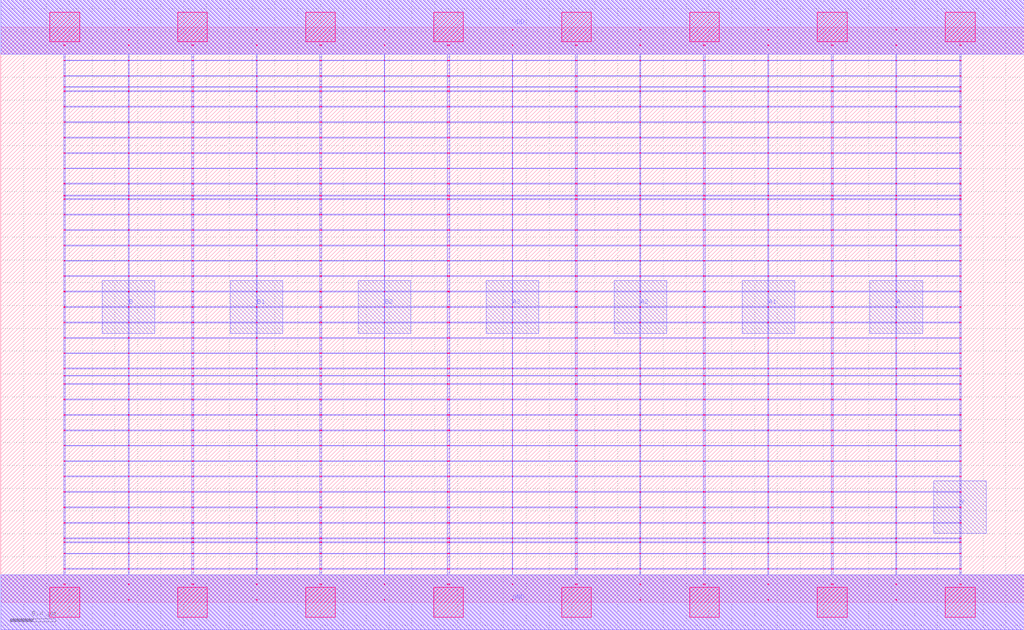
<source format=lef>
MACRO AAOI43_DEBUG
 CLASS CORE ;
 FOREIGN AAOI43_DEBUG 0 0 ;
 SIZE 8.96 BY 5.04 ;
 ORIGIN 0 0 ;
 SYMMETRY X Y R90 ;
 SITE unit ;
  PIN VDD
   DIRECTION INOUT ;
   USE SIGNAL ;
   SHAPE ABUTMENT ;
    PORT
     CLASS CORE ;
       LAYER met1 ;
        RECT 0.00000000 4.80000000 8.96000000 5.28000000 ;
       LAYER met2 ;
        RECT 0.00000000 4.80000000 8.96000000 5.28000000 ;
    END
  END VDD

  PIN GND
   DIRECTION INOUT ;
   USE SIGNAL ;
   SHAPE ABUTMENT ;
    PORT
     CLASS CORE ;
       LAYER met1 ;
        RECT 0.00000000 -0.24000000 8.96000000 0.24000000 ;
       LAYER met2 ;
        RECT 0.00000000 -0.24000000 8.96000000 0.24000000 ;
    END
  END GND

  PIN Y
   DIRECTION INOUT ;
   USE SIGNAL ;
   SHAPE ABUTMENT ;
    PORT
     CLASS CORE ;
       LAYER met2 ;
        RECT 8.17000000 0.60200000 8.63000000 1.06200000 ;
    END
  END Y

  PIN A3
   DIRECTION INOUT ;
   USE SIGNAL ;
   SHAPE ABUTMENT ;
    PORT
     CLASS CORE ;
       LAYER met2 ;
        RECT 4.25000000 2.35700000 4.71000000 2.81700000 ;
    END
  END A3

  PIN A1
   DIRECTION INOUT ;
   USE SIGNAL ;
   SHAPE ABUTMENT ;
    PORT
     CLASS CORE ;
       LAYER met2 ;
        RECT 6.49000000 2.35700000 6.95000000 2.81700000 ;
    END
  END A1

  PIN B1
   DIRECTION INOUT ;
   USE SIGNAL ;
   SHAPE ABUTMENT ;
    PORT
     CLASS CORE ;
       LAYER met2 ;
        RECT 2.01000000 2.35700000 2.47000000 2.81700000 ;
    END
  END B1

  PIN B
   DIRECTION INOUT ;
   USE SIGNAL ;
   SHAPE ABUTMENT ;
    PORT
     CLASS CORE ;
       LAYER met2 ;
        RECT 0.89000000 2.35700000 1.35000000 2.81700000 ;
    END
  END B

  PIN B2
   DIRECTION INOUT ;
   USE SIGNAL ;
   SHAPE ABUTMENT ;
    PORT
     CLASS CORE ;
       LAYER met2 ;
        RECT 3.13000000 2.35700000 3.59000000 2.81700000 ;
    END
  END B2

  PIN A2
   DIRECTION INOUT ;
   USE SIGNAL ;
   SHAPE ABUTMENT ;
    PORT
     CLASS CORE ;
       LAYER met2 ;
        RECT 5.37000000 2.35700000 5.83000000 2.81700000 ;
    END
  END A2

  PIN A
   DIRECTION INOUT ;
   USE SIGNAL ;
   SHAPE ABUTMENT ;
    PORT
     CLASS CORE ;
       LAYER met2 ;
        RECT 7.61000000 2.35700000 8.07000000 2.81700000 ;
    END
  END A

 OBS
    LAYER polycont ;
     RECT 0.55100000 2.58300000 0.56400000 2.59100000 ;
     RECT 1.11600000 2.58300000 1.12400000 2.59100000 ;
     RECT 1.67100000 2.58300000 1.68900000 2.59100000 ;
     RECT 2.23600000 2.58300000 2.24400000 2.59100000 ;
     RECT 2.79100000 2.58300000 2.80900000 2.59100000 ;
     RECT 3.35600000 2.58300000 3.36400000 2.59100000 ;
     RECT 3.91100000 2.58300000 3.92900000 2.59100000 ;
     RECT 4.47600000 2.58300000 4.48400000 2.59100000 ;
     RECT 5.03100000 2.58300000 5.04900000 2.59100000 ;
     RECT 5.59600000 2.58300000 5.60400000 2.59100000 ;
     RECT 6.15100000 2.58300000 6.16900000 2.59100000 ;
     RECT 6.71600000 2.58300000 6.72400000 2.59100000 ;
     RECT 7.27100000 2.58300000 7.28900000 2.59100000 ;
     RECT 7.83600000 2.58300000 7.84400000 2.59100000 ;
     RECT 8.39600000 2.58300000 8.40900000 2.59100000 ;
     RECT 0.55100000 2.71800000 0.56400000 2.72600000 ;
     RECT 1.11600000 2.71800000 1.12400000 2.72600000 ;
     RECT 1.67100000 2.71800000 1.68900000 2.72600000 ;
     RECT 2.23600000 2.71800000 2.24400000 2.72600000 ;
     RECT 2.79100000 2.71800000 2.80900000 2.72600000 ;
     RECT 3.35600000 2.71800000 3.36400000 2.72600000 ;
     RECT 3.91100000 2.71800000 3.92900000 2.72600000 ;
     RECT 4.47600000 2.71800000 4.48400000 2.72600000 ;
     RECT 5.03100000 2.71800000 5.04900000 2.72600000 ;
     RECT 5.59600000 2.71800000 5.60400000 2.72600000 ;
     RECT 6.15100000 2.71800000 6.16900000 2.72600000 ;
     RECT 6.71600000 2.71800000 6.72400000 2.72600000 ;
     RECT 7.27100000 2.71800000 7.28900000 2.72600000 ;
     RECT 7.83600000 2.71800000 7.84400000 2.72600000 ;
     RECT 8.39600000 2.71800000 8.40900000 2.72600000 ;
     RECT 0.55100000 2.85300000 0.56400000 2.86100000 ;
     RECT 1.11600000 2.85300000 1.12400000 2.86100000 ;
     RECT 1.67100000 2.85300000 1.68900000 2.86100000 ;
     RECT 2.23600000 2.85300000 2.24400000 2.86100000 ;
     RECT 2.79100000 2.85300000 2.80900000 2.86100000 ;
     RECT 3.35600000 2.85300000 3.36400000 2.86100000 ;
     RECT 3.91100000 2.85300000 3.92900000 2.86100000 ;
     RECT 4.47600000 2.85300000 4.48400000 2.86100000 ;
     RECT 5.03100000 2.85300000 5.04900000 2.86100000 ;
     RECT 5.59600000 2.85300000 5.60400000 2.86100000 ;
     RECT 6.15100000 2.85300000 6.16900000 2.86100000 ;
     RECT 6.71600000 2.85300000 6.72400000 2.86100000 ;
     RECT 7.27100000 2.85300000 7.28900000 2.86100000 ;
     RECT 7.83600000 2.85300000 7.84400000 2.86100000 ;
     RECT 8.39600000 2.85300000 8.40900000 2.86100000 ;
     RECT 0.55100000 2.98800000 0.56400000 2.99600000 ;
     RECT 1.11600000 2.98800000 1.12400000 2.99600000 ;
     RECT 1.67100000 2.98800000 1.68900000 2.99600000 ;
     RECT 2.23600000 2.98800000 2.24400000 2.99600000 ;
     RECT 2.79100000 2.98800000 2.80900000 2.99600000 ;
     RECT 3.35600000 2.98800000 3.36400000 2.99600000 ;
     RECT 3.91100000 2.98800000 3.92900000 2.99600000 ;
     RECT 4.47600000 2.98800000 4.48400000 2.99600000 ;
     RECT 5.03100000 2.98800000 5.04900000 2.99600000 ;
     RECT 5.59600000 2.98800000 5.60400000 2.99600000 ;
     RECT 6.15100000 2.98800000 6.16900000 2.99600000 ;
     RECT 6.71600000 2.98800000 6.72400000 2.99600000 ;
     RECT 7.27100000 2.98800000 7.28900000 2.99600000 ;
     RECT 7.83600000 2.98800000 7.84400000 2.99600000 ;
     RECT 8.39600000 2.98800000 8.40900000 2.99600000 ;

    LAYER pdiffc ;
     RECT 0.55100000 3.39300000 0.55900000 3.40100000 ;
     RECT 8.40100000 3.39300000 8.40900000 3.40100000 ;
     RECT 0.55100000 3.52800000 0.55900000 3.53600000 ;
     RECT 8.40100000 3.52800000 8.40900000 3.53600000 ;
     RECT 0.55100000 3.56100000 0.55900000 3.56900000 ;
     RECT 8.40100000 3.56100000 8.40900000 3.56900000 ;
     RECT 0.55100000 3.66300000 0.55900000 3.67100000 ;
     RECT 8.40100000 3.66300000 8.40900000 3.67100000 ;
     RECT 0.55100000 3.79800000 0.55900000 3.80600000 ;
     RECT 8.40100000 3.79800000 8.40900000 3.80600000 ;
     RECT 0.55100000 3.93300000 0.55900000 3.94100000 ;
     RECT 8.40100000 3.93300000 8.40900000 3.94100000 ;
     RECT 0.55100000 4.06800000 0.55900000 4.07600000 ;
     RECT 8.40100000 4.06800000 8.40900000 4.07600000 ;
     RECT 0.55100000 4.20300000 0.55900000 4.21100000 ;
     RECT 8.40100000 4.20300000 8.40900000 4.21100000 ;
     RECT 0.55100000 4.33800000 0.55900000 4.34600000 ;
     RECT 8.40100000 4.33800000 8.40900000 4.34600000 ;
     RECT 0.55100000 4.47300000 0.55900000 4.48100000 ;
     RECT 8.40100000 4.47300000 8.40900000 4.48100000 ;
     RECT 0.55100000 4.51100000 0.55900000 4.51900000 ;
     RECT 8.40100000 4.51100000 8.40900000 4.51900000 ;
     RECT 0.55100000 4.60800000 0.55900000 4.61600000 ;
     RECT 8.40100000 4.60800000 8.40900000 4.61600000 ;

    LAYER ndiffc ;
     RECT 5.03100000 0.42300000 5.04900000 0.43100000 ;
     RECT 6.15100000 0.42300000 6.16900000 0.43100000 ;
     RECT 7.27100000 0.42300000 7.28900000 0.43100000 ;
     RECT 8.39600000 0.42300000 8.40900000 0.43100000 ;
     RECT 5.03100000 0.52100000 5.04900000 0.52900000 ;
     RECT 6.15100000 0.52100000 6.16900000 0.52900000 ;
     RECT 7.27100000 0.52100000 7.28900000 0.52900000 ;
     RECT 8.39600000 0.52100000 8.40900000 0.52900000 ;
     RECT 5.03100000 0.55800000 5.04900000 0.56600000 ;
     RECT 6.15100000 0.55800000 6.16900000 0.56600000 ;
     RECT 7.27100000 0.55800000 7.28900000 0.56600000 ;
     RECT 8.39600000 0.55800000 8.40900000 0.56600000 ;
     RECT 5.03100000 0.69300000 5.04900000 0.70100000 ;
     RECT 6.15100000 0.69300000 6.16900000 0.70100000 ;
     RECT 7.27100000 0.69300000 7.28900000 0.70100000 ;
     RECT 8.39600000 0.69300000 8.40900000 0.70100000 ;
     RECT 5.03100000 0.82800000 5.04900000 0.83600000 ;
     RECT 6.15100000 0.82800000 6.16900000 0.83600000 ;
     RECT 7.27100000 0.82800000 7.28900000 0.83600000 ;
     RECT 8.39600000 0.82800000 8.40900000 0.83600000 ;
     RECT 5.03100000 0.96300000 5.04900000 0.97100000 ;
     RECT 6.15100000 0.96300000 6.16900000 0.97100000 ;
     RECT 7.27100000 0.96300000 7.28900000 0.97100000 ;
     RECT 8.39600000 0.96300000 8.40900000 0.97100000 ;
     RECT 5.03100000 1.09800000 5.04900000 1.10600000 ;
     RECT 6.15100000 1.09800000 6.16900000 1.10600000 ;
     RECT 7.27100000 1.09800000 7.28900000 1.10600000 ;
     RECT 8.39600000 1.09800000 8.40900000 1.10600000 ;
     RECT 5.03100000 1.23300000 5.04900000 1.24100000 ;
     RECT 6.15100000 1.23300000 6.16900000 1.24100000 ;
     RECT 7.27100000 1.23300000 7.28900000 1.24100000 ;
     RECT 8.39600000 1.23300000 8.40900000 1.24100000 ;
     RECT 5.03100000 1.36800000 5.04900000 1.37600000 ;
     RECT 6.15100000 1.36800000 6.16900000 1.37600000 ;
     RECT 7.27100000 1.36800000 7.28900000 1.37600000 ;
     RECT 8.39600000 1.36800000 8.40900000 1.37600000 ;
     RECT 5.03100000 1.50300000 5.04900000 1.51100000 ;
     RECT 6.15100000 1.50300000 6.16900000 1.51100000 ;
     RECT 7.27100000 1.50300000 7.28900000 1.51100000 ;
     RECT 8.39600000 1.50300000 8.40900000 1.51100000 ;
     RECT 5.03100000 1.63800000 5.04900000 1.64600000 ;
     RECT 6.15100000 1.63800000 6.16900000 1.64600000 ;
     RECT 7.27100000 1.63800000 7.28900000 1.64600000 ;
     RECT 8.39600000 1.63800000 8.40900000 1.64600000 ;
     RECT 5.03100000 1.77300000 5.04900000 1.78100000 ;
     RECT 6.15100000 1.77300000 6.16900000 1.78100000 ;
     RECT 7.27100000 1.77300000 7.28900000 1.78100000 ;
     RECT 8.39600000 1.77300000 8.40900000 1.78100000 ;
     RECT 5.03100000 1.90800000 5.04900000 1.91600000 ;
     RECT 6.15100000 1.90800000 6.16900000 1.91600000 ;
     RECT 7.27100000 1.90800000 7.28900000 1.91600000 ;
     RECT 8.39600000 1.90800000 8.40900000 1.91600000 ;
     RECT 5.03100000 1.98100000 5.04900000 1.98900000 ;
     RECT 6.15100000 1.98100000 6.16900000 1.98900000 ;
     RECT 7.27100000 1.98100000 7.28900000 1.98900000 ;
     RECT 8.39600000 1.98100000 8.40900000 1.98900000 ;
     RECT 5.03100000 2.04300000 5.04900000 2.05100000 ;
     RECT 6.15100000 2.04300000 6.16900000 2.05100000 ;
     RECT 7.27100000 2.04300000 7.28900000 2.05100000 ;
     RECT 8.39600000 2.04300000 8.40900000 2.05100000 ;
     RECT 0.55100000 0.42300000 0.56400000 0.43100000 ;
     RECT 1.67100000 0.42300000 1.68900000 0.43100000 ;
     RECT 2.79100000 0.42300000 2.80900000 0.43100000 ;
     RECT 3.91100000 0.42300000 3.92900000 0.43100000 ;
     RECT 0.55100000 1.36800000 0.56400000 1.37600000 ;
     RECT 1.67100000 1.36800000 1.68900000 1.37600000 ;
     RECT 2.79100000 1.36800000 2.80900000 1.37600000 ;
     RECT 3.91100000 1.36800000 3.92900000 1.37600000 ;
     RECT 0.55100000 0.82800000 0.56400000 0.83600000 ;
     RECT 1.67100000 0.82800000 1.68900000 0.83600000 ;
     RECT 2.79100000 0.82800000 2.80900000 0.83600000 ;
     RECT 3.91100000 0.82800000 3.92900000 0.83600000 ;
     RECT 0.55100000 1.50300000 0.56400000 1.51100000 ;
     RECT 1.67100000 1.50300000 1.68900000 1.51100000 ;
     RECT 2.79100000 1.50300000 2.80900000 1.51100000 ;
     RECT 3.91100000 1.50300000 3.92900000 1.51100000 ;
     RECT 0.55100000 0.55800000 0.56400000 0.56600000 ;
     RECT 1.67100000 0.55800000 1.68900000 0.56600000 ;
     RECT 2.79100000 0.55800000 2.80900000 0.56600000 ;
     RECT 3.91100000 0.55800000 3.92900000 0.56600000 ;
     RECT 0.55100000 1.63800000 0.56400000 1.64600000 ;
     RECT 1.67100000 1.63800000 1.68900000 1.64600000 ;
     RECT 2.79100000 1.63800000 2.80900000 1.64600000 ;
     RECT 3.91100000 1.63800000 3.92900000 1.64600000 ;
     RECT 0.55100000 0.96300000 0.56400000 0.97100000 ;
     RECT 1.67100000 0.96300000 1.68900000 0.97100000 ;
     RECT 2.79100000 0.96300000 2.80900000 0.97100000 ;
     RECT 3.91100000 0.96300000 3.92900000 0.97100000 ;
     RECT 0.55100000 1.77300000 0.56400000 1.78100000 ;
     RECT 1.67100000 1.77300000 1.68900000 1.78100000 ;
     RECT 2.79100000 1.77300000 2.80900000 1.78100000 ;
     RECT 3.91100000 1.77300000 3.92900000 1.78100000 ;
     RECT 0.55100000 0.52100000 0.56400000 0.52900000 ;
     RECT 1.67100000 0.52100000 1.68900000 0.52900000 ;
     RECT 2.79100000 0.52100000 2.80900000 0.52900000 ;
     RECT 3.91100000 0.52100000 3.92900000 0.52900000 ;
     RECT 0.55100000 1.90800000 0.56400000 1.91600000 ;
     RECT 1.67100000 1.90800000 1.68900000 1.91600000 ;
     RECT 2.79100000 1.90800000 2.80900000 1.91600000 ;
     RECT 3.91100000 1.90800000 3.92900000 1.91600000 ;
     RECT 0.55100000 1.09800000 0.56400000 1.10600000 ;
     RECT 1.67100000 1.09800000 1.68900000 1.10600000 ;
     RECT 2.79100000 1.09800000 2.80900000 1.10600000 ;
     RECT 3.91100000 1.09800000 3.92900000 1.10600000 ;
     RECT 0.55100000 1.98100000 0.56400000 1.98900000 ;
     RECT 1.67100000 1.98100000 1.68900000 1.98900000 ;
     RECT 2.79100000 1.98100000 2.80900000 1.98900000 ;
     RECT 3.91100000 1.98100000 3.92900000 1.98900000 ;
     RECT 0.55100000 0.69300000 0.56400000 0.70100000 ;
     RECT 1.67100000 0.69300000 1.68900000 0.70100000 ;
     RECT 2.79100000 0.69300000 2.80900000 0.70100000 ;
     RECT 3.91100000 0.69300000 3.92900000 0.70100000 ;
     RECT 0.55100000 2.04300000 0.56400000 2.05100000 ;
     RECT 1.67100000 2.04300000 1.68900000 2.05100000 ;
     RECT 2.79100000 2.04300000 2.80900000 2.05100000 ;
     RECT 3.91100000 2.04300000 3.92900000 2.05100000 ;
     RECT 0.55100000 1.23300000 0.56400000 1.24100000 ;
     RECT 1.67100000 1.23300000 1.68900000 1.24100000 ;
     RECT 2.79100000 1.23300000 2.80900000 1.24100000 ;
     RECT 3.91100000 1.23300000 3.92900000 1.24100000 ;

    LAYER met1 ;
     RECT 0.00000000 -0.24000000 8.96000000 0.24000000 ;
     RECT 4.47600000 0.24000000 4.48400000 0.28800000 ;
     RECT 0.55100000 0.28800000 8.40900000 0.29600000 ;
     RECT 4.47600000 0.29600000 4.48400000 0.42300000 ;
     RECT 0.55100000 0.42300000 8.40900000 0.43100000 ;
     RECT 4.47600000 0.43100000 4.48400000 0.52100000 ;
     RECT 0.55100000 0.52100000 8.40900000 0.52900000 ;
     RECT 4.47600000 0.52900000 4.48400000 0.55800000 ;
     RECT 0.55100000 0.55800000 8.40900000 0.56600000 ;
     RECT 4.47600000 0.56600000 4.48400000 0.69300000 ;
     RECT 0.55100000 0.69300000 8.40900000 0.70100000 ;
     RECT 4.47600000 0.70100000 4.48400000 0.82800000 ;
     RECT 0.55100000 0.82800000 8.40900000 0.83600000 ;
     RECT 4.47600000 0.83600000 4.48400000 0.96300000 ;
     RECT 0.55100000 0.96300000 8.40900000 0.97100000 ;
     RECT 4.47600000 0.97100000 4.48400000 1.09800000 ;
     RECT 0.55100000 1.09800000 8.40900000 1.10600000 ;
     RECT 4.47600000 1.10600000 4.48400000 1.23300000 ;
     RECT 0.55100000 1.23300000 8.40900000 1.24100000 ;
     RECT 4.47600000 1.24100000 4.48400000 1.36800000 ;
     RECT 0.55100000 1.36800000 8.40900000 1.37600000 ;
     RECT 4.47600000 1.37600000 4.48400000 1.50300000 ;
     RECT 0.55100000 1.50300000 8.40900000 1.51100000 ;
     RECT 4.47600000 1.51100000 4.48400000 1.63800000 ;
     RECT 0.55100000 1.63800000 8.40900000 1.64600000 ;
     RECT 4.47600000 1.64600000 4.48400000 1.77300000 ;
     RECT 0.55100000 1.77300000 8.40900000 1.78100000 ;
     RECT 4.47600000 1.78100000 4.48400000 1.90800000 ;
     RECT 0.55100000 1.90800000 8.40900000 1.91600000 ;
     RECT 4.47600000 1.91600000 4.48400000 1.98100000 ;
     RECT 0.55100000 1.98100000 8.40900000 1.98900000 ;
     RECT 4.47600000 1.98900000 4.48400000 2.04300000 ;
     RECT 0.55100000 2.04300000 8.40900000 2.05100000 ;
     RECT 4.47600000 2.05100000 4.48400000 2.17800000 ;
     RECT 0.55100000 2.17800000 8.40900000 2.18600000 ;
     RECT 4.47600000 2.18600000 4.48400000 2.31300000 ;
     RECT 0.55100000 2.31300000 8.40900000 2.32100000 ;
     RECT 4.47600000 2.32100000 4.48400000 2.44800000 ;
     RECT 0.55100000 2.44800000 8.40900000 2.45600000 ;
     RECT 0.55100000 2.45600000 0.56400000 2.58300000 ;
     RECT 1.11600000 2.45600000 1.12400000 2.58300000 ;
     RECT 1.67100000 2.45600000 1.68900000 2.58300000 ;
     RECT 2.23600000 2.45600000 2.24400000 2.58300000 ;
     RECT 2.79100000 2.45600000 2.80900000 2.58300000 ;
     RECT 3.35600000 2.45600000 3.36400000 2.58300000 ;
     RECT 3.91100000 2.45600000 3.92900000 2.58300000 ;
     RECT 4.47600000 2.45600000 4.48400000 2.58300000 ;
     RECT 5.03100000 2.45600000 5.04900000 2.58300000 ;
     RECT 5.59600000 2.45600000 5.60400000 2.58300000 ;
     RECT 6.15100000 2.45600000 6.16900000 2.58300000 ;
     RECT 6.71600000 2.45600000 6.72400000 2.58300000 ;
     RECT 7.27100000 2.45600000 7.28900000 2.58300000 ;
     RECT 7.83600000 2.45600000 7.84400000 2.58300000 ;
     RECT 8.39600000 2.45600000 8.40900000 2.58300000 ;
     RECT 0.55100000 2.58300000 8.40900000 2.59100000 ;
     RECT 4.47600000 2.59100000 4.48400000 2.71800000 ;
     RECT 0.55100000 2.71800000 8.40900000 2.72600000 ;
     RECT 4.47600000 2.72600000 4.48400000 2.85300000 ;
     RECT 0.55100000 2.85300000 8.40900000 2.86100000 ;
     RECT 4.47600000 2.86100000 4.48400000 2.98800000 ;
     RECT 0.55100000 2.98800000 8.40900000 2.99600000 ;
     RECT 4.47600000 2.99600000 4.48400000 3.12300000 ;
     RECT 0.55100000 3.12300000 8.40900000 3.13100000 ;
     RECT 4.47600000 3.13100000 4.48400000 3.25800000 ;
     RECT 0.55100000 3.25800000 8.40900000 3.26600000 ;
     RECT 4.47600000 3.26600000 4.48400000 3.39300000 ;
     RECT 0.55100000 3.39300000 8.40900000 3.40100000 ;
     RECT 4.47600000 3.40100000 4.48400000 3.52800000 ;
     RECT 0.55100000 3.52800000 8.40900000 3.53600000 ;
     RECT 4.47600000 3.53600000 4.48400000 3.56100000 ;
     RECT 0.55100000 3.56100000 8.40900000 3.56900000 ;
     RECT 4.47600000 3.56900000 4.48400000 3.66300000 ;
     RECT 0.55100000 3.66300000 8.40900000 3.67100000 ;
     RECT 4.47600000 3.67100000 4.48400000 3.79800000 ;
     RECT 0.55100000 3.79800000 8.40900000 3.80600000 ;
     RECT 4.47600000 3.80600000 4.48400000 3.93300000 ;
     RECT 0.55100000 3.93300000 8.40900000 3.94100000 ;
     RECT 4.47600000 3.94100000 4.48400000 4.06800000 ;
     RECT 0.55100000 4.06800000 8.40900000 4.07600000 ;
     RECT 4.47600000 4.07600000 4.48400000 4.20300000 ;
     RECT 0.55100000 4.20300000 8.40900000 4.21100000 ;
     RECT 4.47600000 4.21100000 4.48400000 4.33800000 ;
     RECT 0.55100000 4.33800000 8.40900000 4.34600000 ;
     RECT 4.47600000 4.34600000 4.48400000 4.47300000 ;
     RECT 0.55100000 4.47300000 8.40900000 4.48100000 ;
     RECT 4.47600000 4.48100000 4.48400000 4.51100000 ;
     RECT 0.55100000 4.51100000 8.40900000 4.51900000 ;
     RECT 4.47600000 4.51900000 4.48400000 4.60800000 ;
     RECT 0.55100000 4.60800000 8.40900000 4.61600000 ;
     RECT 4.47600000 4.61600000 4.48400000 4.74300000 ;
     RECT 0.55100000 4.74300000 8.40900000 4.75100000 ;
     RECT 4.47600000 4.75100000 4.48400000 4.80000000 ;
     RECT 0.00000000 4.80000000 8.96000000 5.28000000 ;
     RECT 6.71600000 3.13100000 6.72400000 3.25800000 ;
     RECT 6.71600000 3.26600000 6.72400000 3.39300000 ;
     RECT 6.71600000 3.40100000 6.72400000 3.52800000 ;
     RECT 6.71600000 2.72600000 6.72400000 2.85300000 ;
     RECT 6.71600000 3.53600000 6.72400000 3.56100000 ;
     RECT 6.71600000 3.56900000 6.72400000 3.66300000 ;
     RECT 6.71600000 2.59100000 6.72400000 2.71800000 ;
     RECT 6.71600000 3.67100000 6.72400000 3.79800000 ;
     RECT 5.03100000 3.80600000 5.04900000 3.93300000 ;
     RECT 5.59600000 3.80600000 5.60400000 3.93300000 ;
     RECT 6.15100000 3.80600000 6.16900000 3.93300000 ;
     RECT 6.71600000 3.80600000 6.72400000 3.93300000 ;
     RECT 7.27100000 3.80600000 7.28900000 3.93300000 ;
     RECT 7.83600000 3.80600000 7.84400000 3.93300000 ;
     RECT 8.39600000 3.80600000 8.40900000 3.93300000 ;
     RECT 6.71600000 2.86100000 6.72400000 2.98800000 ;
     RECT 6.71600000 3.94100000 6.72400000 4.06800000 ;
     RECT 6.71600000 4.07600000 6.72400000 4.20300000 ;
     RECT 6.71600000 4.21100000 6.72400000 4.33800000 ;
     RECT 6.71600000 4.34600000 6.72400000 4.47300000 ;
     RECT 6.71600000 4.48100000 6.72400000 4.51100000 ;
     RECT 6.71600000 2.99600000 6.72400000 3.12300000 ;
     RECT 6.71600000 4.51900000 6.72400000 4.60800000 ;
     RECT 6.71600000 4.61600000 6.72400000 4.74300000 ;
     RECT 6.71600000 4.75100000 6.72400000 4.80000000 ;
     RECT 7.27100000 4.21100000 7.28900000 4.33800000 ;
     RECT 7.83600000 4.21100000 7.84400000 4.33800000 ;
     RECT 8.39600000 4.21100000 8.40900000 4.33800000 ;
     RECT 8.39600000 3.94100000 8.40900000 4.06800000 ;
     RECT 7.27100000 4.34600000 7.28900000 4.47300000 ;
     RECT 7.83600000 4.34600000 7.84400000 4.47300000 ;
     RECT 8.39600000 4.34600000 8.40900000 4.47300000 ;
     RECT 7.27100000 3.94100000 7.28900000 4.06800000 ;
     RECT 7.27100000 4.48100000 7.28900000 4.51100000 ;
     RECT 7.83600000 4.48100000 7.84400000 4.51100000 ;
     RECT 8.39600000 4.48100000 8.40900000 4.51100000 ;
     RECT 7.27100000 4.07600000 7.28900000 4.20300000 ;
     RECT 7.83600000 4.07600000 7.84400000 4.20300000 ;
     RECT 7.27100000 4.51900000 7.28900000 4.60800000 ;
     RECT 7.83600000 4.51900000 7.84400000 4.60800000 ;
     RECT 8.39600000 4.51900000 8.40900000 4.60800000 ;
     RECT 8.39600000 4.07600000 8.40900000 4.20300000 ;
     RECT 7.27100000 4.61600000 7.28900000 4.74300000 ;
     RECT 7.83600000 4.61600000 7.84400000 4.74300000 ;
     RECT 8.39600000 4.61600000 8.40900000 4.74300000 ;
     RECT 7.83600000 3.94100000 7.84400000 4.06800000 ;
     RECT 7.27100000 4.75100000 7.28900000 4.80000000 ;
     RECT 7.83600000 4.75100000 7.84400000 4.80000000 ;
     RECT 8.39600000 4.75100000 8.40900000 4.80000000 ;
     RECT 6.15100000 4.07600000 6.16900000 4.20300000 ;
     RECT 5.59600000 3.94100000 5.60400000 4.06800000 ;
     RECT 6.15100000 3.94100000 6.16900000 4.06800000 ;
     RECT 5.03100000 4.51900000 5.04900000 4.60800000 ;
     RECT 5.59600000 4.51900000 5.60400000 4.60800000 ;
     RECT 6.15100000 4.51900000 6.16900000 4.60800000 ;
     RECT 5.03100000 4.34600000 5.04900000 4.47300000 ;
     RECT 5.59600000 4.34600000 5.60400000 4.47300000 ;
     RECT 6.15100000 4.34600000 6.16900000 4.47300000 ;
     RECT 5.03100000 3.94100000 5.04900000 4.06800000 ;
     RECT 5.03100000 4.61600000 5.04900000 4.74300000 ;
     RECT 5.59600000 4.61600000 5.60400000 4.74300000 ;
     RECT 6.15100000 4.61600000 6.16900000 4.74300000 ;
     RECT 5.03100000 4.07600000 5.04900000 4.20300000 ;
     RECT 5.03100000 4.21100000 5.04900000 4.33800000 ;
     RECT 5.59600000 4.21100000 5.60400000 4.33800000 ;
     RECT 5.03100000 4.48100000 5.04900000 4.51100000 ;
     RECT 5.03100000 4.75100000 5.04900000 4.80000000 ;
     RECT 5.59600000 4.75100000 5.60400000 4.80000000 ;
     RECT 6.15100000 4.75100000 6.16900000 4.80000000 ;
     RECT 5.59600000 4.48100000 5.60400000 4.51100000 ;
     RECT 6.15100000 4.48100000 6.16900000 4.51100000 ;
     RECT 6.15100000 4.21100000 6.16900000 4.33800000 ;
     RECT 5.59600000 4.07600000 5.60400000 4.20300000 ;
     RECT 5.03100000 3.56900000 5.04900000 3.66300000 ;
     RECT 5.59600000 3.56900000 5.60400000 3.66300000 ;
     RECT 6.15100000 3.56900000 6.16900000 3.66300000 ;
     RECT 5.03100000 3.26600000 5.04900000 3.39300000 ;
     RECT 6.15100000 2.59100000 6.16900000 2.71800000 ;
     RECT 5.59600000 3.26600000 5.60400000 3.39300000 ;
     RECT 5.03100000 3.67100000 5.04900000 3.79800000 ;
     RECT 5.59600000 3.67100000 5.60400000 3.79800000 ;
     RECT 6.15100000 3.67100000 6.16900000 3.79800000 ;
     RECT 6.15100000 3.26600000 6.16900000 3.39300000 ;
     RECT 5.03100000 2.86100000 5.04900000 2.98800000 ;
     RECT 5.59600000 2.86100000 5.60400000 2.98800000 ;
     RECT 6.15100000 3.13100000 6.16900000 3.25800000 ;
     RECT 5.59600000 2.72600000 5.60400000 2.85300000 ;
     RECT 6.15100000 2.72600000 6.16900000 2.85300000 ;
     RECT 5.03100000 3.40100000 5.04900000 3.52800000 ;
     RECT 5.59600000 3.40100000 5.60400000 3.52800000 ;
     RECT 5.03100000 2.99600000 5.04900000 3.12300000 ;
     RECT 6.15100000 3.40100000 6.16900000 3.52800000 ;
     RECT 5.59600000 3.13100000 5.60400000 3.25800000 ;
     RECT 6.15100000 2.86100000 6.16900000 2.98800000 ;
     RECT 5.03100000 2.59100000 5.04900000 2.71800000 ;
     RECT 5.59600000 2.59100000 5.60400000 2.71800000 ;
     RECT 5.03100000 3.53600000 5.04900000 3.56100000 ;
     RECT 5.59600000 3.53600000 5.60400000 3.56100000 ;
     RECT 6.15100000 3.53600000 6.16900000 3.56100000 ;
     RECT 5.59600000 2.99600000 5.60400000 3.12300000 ;
     RECT 6.15100000 2.99600000 6.16900000 3.12300000 ;
     RECT 5.03100000 2.72600000 5.04900000 2.85300000 ;
     RECT 5.03100000 3.13100000 5.04900000 3.25800000 ;
     RECT 7.83600000 2.72600000 7.84400000 2.85300000 ;
     RECT 8.39600000 2.86100000 8.40900000 2.98800000 ;
     RECT 7.27100000 2.59100000 7.28900000 2.71800000 ;
     RECT 7.27100000 2.99600000 7.28900000 3.12300000 ;
     RECT 8.39600000 2.72600000 8.40900000 2.85300000 ;
     RECT 8.39600000 3.26600000 8.40900000 3.39300000 ;
     RECT 7.27100000 3.40100000 7.28900000 3.52800000 ;
     RECT 7.83600000 3.40100000 7.84400000 3.52800000 ;
     RECT 8.39600000 3.40100000 8.40900000 3.52800000 ;
     RECT 7.27100000 3.56900000 7.28900000 3.66300000 ;
     RECT 7.83600000 3.56900000 7.84400000 3.66300000 ;
     RECT 7.83600000 2.99600000 7.84400000 3.12300000 ;
     RECT 8.39600000 2.99600000 8.40900000 3.12300000 ;
     RECT 7.83600000 2.59100000 7.84400000 2.71800000 ;
     RECT 8.39600000 3.56900000 8.40900000 3.66300000 ;
     RECT 7.27100000 3.13100000 7.28900000 3.25800000 ;
     RECT 7.27100000 2.72600000 7.28900000 2.85300000 ;
     RECT 7.83600000 3.13100000 7.84400000 3.25800000 ;
     RECT 8.39600000 3.13100000 8.40900000 3.25800000 ;
     RECT 7.27100000 3.26600000 7.28900000 3.39300000 ;
     RECT 8.39600000 2.59100000 8.40900000 2.71800000 ;
     RECT 7.83600000 3.26600000 7.84400000 3.39300000 ;
     RECT 7.27100000 2.86100000 7.28900000 2.98800000 ;
     RECT 7.83600000 2.86100000 7.84400000 2.98800000 ;
     RECT 7.27100000 3.67100000 7.28900000 3.79800000 ;
     RECT 7.83600000 3.67100000 7.84400000 3.79800000 ;
     RECT 8.39600000 3.67100000 8.40900000 3.79800000 ;
     RECT 7.27100000 3.53600000 7.28900000 3.56100000 ;
     RECT 7.83600000 3.53600000 7.84400000 3.56100000 ;
     RECT 8.39600000 3.53600000 8.40900000 3.56100000 ;
     RECT 2.23600000 3.94100000 2.24400000 4.06800000 ;
     RECT 2.23600000 3.40100000 2.24400000 3.52800000 ;
     RECT 2.23600000 4.07600000 2.24400000 4.20300000 ;
     RECT 2.23600000 3.53600000 2.24400000 3.56100000 ;
     RECT 2.23600000 4.21100000 2.24400000 4.33800000 ;
     RECT 2.23600000 2.86100000 2.24400000 2.98800000 ;
     RECT 2.23600000 3.13100000 2.24400000 3.25800000 ;
     RECT 2.23600000 4.34600000 2.24400000 4.47300000 ;
     RECT 2.23600000 3.56900000 2.24400000 3.66300000 ;
     RECT 2.23600000 4.48100000 2.24400000 4.51100000 ;
     RECT 2.23600000 2.72600000 2.24400000 2.85300000 ;
     RECT 2.23600000 4.51900000 2.24400000 4.60800000 ;
     RECT 2.23600000 3.67100000 2.24400000 3.79800000 ;
     RECT 2.23600000 4.61600000 2.24400000 4.74300000 ;
     RECT 2.23600000 3.26600000 2.24400000 3.39300000 ;
     RECT 2.23600000 2.59100000 2.24400000 2.71800000 ;
     RECT 0.55100000 3.80600000 0.56400000 3.93300000 ;
     RECT 1.11600000 3.80600000 1.12400000 3.93300000 ;
     RECT 2.23600000 4.75100000 2.24400000 4.80000000 ;
     RECT 1.67100000 3.80600000 1.68900000 3.93300000 ;
     RECT 2.23600000 3.80600000 2.24400000 3.93300000 ;
     RECT 2.79100000 3.80600000 2.80900000 3.93300000 ;
     RECT 3.35600000 3.80600000 3.36400000 3.93300000 ;
     RECT 3.91100000 3.80600000 3.92900000 3.93300000 ;
     RECT 2.23600000 2.99600000 2.24400000 3.12300000 ;
     RECT 2.79100000 3.94100000 2.80900000 4.06800000 ;
     RECT 2.79100000 4.21100000 2.80900000 4.33800000 ;
     RECT 2.79100000 4.51900000 2.80900000 4.60800000 ;
     RECT 3.35600000 4.51900000 3.36400000 4.60800000 ;
     RECT 3.91100000 4.51900000 3.92900000 4.60800000 ;
     RECT 3.35600000 4.21100000 3.36400000 4.33800000 ;
     RECT 3.91100000 4.21100000 3.92900000 4.33800000 ;
     RECT 2.79100000 4.61600000 2.80900000 4.74300000 ;
     RECT 3.35600000 4.61600000 3.36400000 4.74300000 ;
     RECT 3.91100000 4.61600000 3.92900000 4.74300000 ;
     RECT 3.35600000 3.94100000 3.36400000 4.06800000 ;
     RECT 2.79100000 4.07600000 2.80900000 4.20300000 ;
     RECT 3.35600000 4.07600000 3.36400000 4.20300000 ;
     RECT 2.79100000 4.34600000 2.80900000 4.47300000 ;
     RECT 3.35600000 4.34600000 3.36400000 4.47300000 ;
     RECT 2.79100000 4.75100000 2.80900000 4.80000000 ;
     RECT 3.35600000 4.75100000 3.36400000 4.80000000 ;
     RECT 3.91100000 4.75100000 3.92900000 4.80000000 ;
     RECT 3.91100000 4.34600000 3.92900000 4.47300000 ;
     RECT 3.91100000 4.07600000 3.92900000 4.20300000 ;
     RECT 3.91100000 3.94100000 3.92900000 4.06800000 ;
     RECT 2.79100000 4.48100000 2.80900000 4.51100000 ;
     RECT 3.35600000 4.48100000 3.36400000 4.51100000 ;
     RECT 3.91100000 4.48100000 3.92900000 4.51100000 ;
     RECT 0.55100000 4.61600000 0.56400000 4.74300000 ;
     RECT 1.11600000 4.61600000 1.12400000 4.74300000 ;
     RECT 1.67100000 4.61600000 1.68900000 4.74300000 ;
     RECT 1.67100000 4.07600000 1.68900000 4.20300000 ;
     RECT 1.67100000 3.94100000 1.68900000 4.06800000 ;
     RECT 0.55100000 4.48100000 0.56400000 4.51100000 ;
     RECT 1.11600000 4.48100000 1.12400000 4.51100000 ;
     RECT 1.67100000 4.48100000 1.68900000 4.51100000 ;
     RECT 0.55100000 3.94100000 0.56400000 4.06800000 ;
     RECT 1.11600000 3.94100000 1.12400000 4.06800000 ;
     RECT 0.55100000 4.07600000 0.56400000 4.20300000 ;
     RECT 0.55100000 4.75100000 0.56400000 4.80000000 ;
     RECT 1.11600000 4.75100000 1.12400000 4.80000000 ;
     RECT 1.67100000 4.75100000 1.68900000 4.80000000 ;
     RECT 1.11600000 4.07600000 1.12400000 4.20300000 ;
     RECT 0.55100000 4.34600000 0.56400000 4.47300000 ;
     RECT 0.55100000 4.51900000 0.56400000 4.60800000 ;
     RECT 1.11600000 4.51900000 1.12400000 4.60800000 ;
     RECT 1.67100000 4.51900000 1.68900000 4.60800000 ;
     RECT 1.11600000 4.34600000 1.12400000 4.47300000 ;
     RECT 1.67100000 4.34600000 1.68900000 4.47300000 ;
     RECT 0.55100000 4.21100000 0.56400000 4.33800000 ;
     RECT 1.11600000 4.21100000 1.12400000 4.33800000 ;
     RECT 1.67100000 4.21100000 1.68900000 4.33800000 ;
     RECT 0.55100000 3.56900000 0.56400000 3.66300000 ;
     RECT 1.11600000 3.26600000 1.12400000 3.39300000 ;
     RECT 1.67100000 3.26600000 1.68900000 3.39300000 ;
     RECT 1.11600000 3.56900000 1.12400000 3.66300000 ;
     RECT 1.67100000 3.56900000 1.68900000 3.66300000 ;
     RECT 0.55100000 2.72600000 0.56400000 2.85300000 ;
     RECT 1.67100000 3.40100000 1.68900000 3.52800000 ;
     RECT 1.11600000 2.72600000 1.12400000 2.85300000 ;
     RECT 0.55100000 2.86100000 0.56400000 2.98800000 ;
     RECT 1.11600000 2.86100000 1.12400000 2.98800000 ;
     RECT 0.55100000 3.13100000 0.56400000 3.25800000 ;
     RECT 1.11600000 3.13100000 1.12400000 3.25800000 ;
     RECT 1.67100000 3.13100000 1.68900000 3.25800000 ;
     RECT 1.67100000 2.72600000 1.68900000 2.85300000 ;
     RECT 1.67100000 2.86100000 1.68900000 2.98800000 ;
     RECT 1.67100000 2.59100000 1.68900000 2.71800000 ;
     RECT 0.55100000 3.26600000 0.56400000 3.39300000 ;
     RECT 0.55100000 3.53600000 0.56400000 3.56100000 ;
     RECT 1.11600000 3.53600000 1.12400000 3.56100000 ;
     RECT 1.67100000 3.53600000 1.68900000 3.56100000 ;
     RECT 0.55100000 3.40100000 0.56400000 3.52800000 ;
     RECT 1.11600000 3.40100000 1.12400000 3.52800000 ;
     RECT 0.55100000 2.59100000 0.56400000 2.71800000 ;
     RECT 1.11600000 2.59100000 1.12400000 2.71800000 ;
     RECT 0.55100000 3.67100000 0.56400000 3.79800000 ;
     RECT 1.11600000 3.67100000 1.12400000 3.79800000 ;
     RECT 0.55100000 2.99600000 0.56400000 3.12300000 ;
     RECT 1.11600000 2.99600000 1.12400000 3.12300000 ;
     RECT 1.67100000 2.99600000 1.68900000 3.12300000 ;
     RECT 1.67100000 3.67100000 1.68900000 3.79800000 ;
     RECT 3.91100000 3.40100000 3.92900000 3.52800000 ;
     RECT 3.91100000 3.13100000 3.92900000 3.25800000 ;
     RECT 2.79100000 2.72600000 2.80900000 2.85300000 ;
     RECT 3.35600000 2.72600000 3.36400000 2.85300000 ;
     RECT 3.91100000 2.72600000 3.92900000 2.85300000 ;
     RECT 2.79100000 2.86100000 2.80900000 2.98800000 ;
     RECT 2.79100000 3.26600000 2.80900000 3.39300000 ;
     RECT 3.35600000 3.26600000 3.36400000 3.39300000 ;
     RECT 3.91100000 3.26600000 3.92900000 3.39300000 ;
     RECT 3.91100000 2.99600000 3.92900000 3.12300000 ;
     RECT 2.79100000 2.59100000 2.80900000 2.71800000 ;
     RECT 3.35600000 2.59100000 3.36400000 2.71800000 ;
     RECT 3.91100000 2.59100000 3.92900000 2.71800000 ;
     RECT 3.35600000 2.99600000 3.36400000 3.12300000 ;
     RECT 2.79100000 3.13100000 2.80900000 3.25800000 ;
     RECT 2.79100000 3.56900000 2.80900000 3.66300000 ;
     RECT 3.35600000 3.56900000 3.36400000 3.66300000 ;
     RECT 3.91100000 3.56900000 3.92900000 3.66300000 ;
     RECT 3.35600000 3.13100000 3.36400000 3.25800000 ;
     RECT 2.79100000 2.99600000 2.80900000 3.12300000 ;
     RECT 2.79100000 3.40100000 2.80900000 3.52800000 ;
     RECT 3.35600000 3.40100000 3.36400000 3.52800000 ;
     RECT 3.35600000 3.53600000 3.36400000 3.56100000 ;
     RECT 2.79100000 3.67100000 2.80900000 3.79800000 ;
     RECT 3.35600000 3.67100000 3.36400000 3.79800000 ;
     RECT 3.91100000 3.67100000 3.92900000 3.79800000 ;
     RECT 3.91100000 3.53600000 3.92900000 3.56100000 ;
     RECT 2.79100000 3.53600000 2.80900000 3.56100000 ;
     RECT 3.35600000 2.86100000 3.36400000 2.98800000 ;
     RECT 3.91100000 2.86100000 3.92900000 2.98800000 ;
     RECT 2.23600000 1.37600000 2.24400000 1.50300000 ;
     RECT 2.23600000 0.43100000 2.24400000 0.52100000 ;
     RECT 2.23600000 1.51100000 2.24400000 1.63800000 ;
     RECT 2.23600000 1.64600000 2.24400000 1.77300000 ;
     RECT 2.23600000 1.78100000 2.24400000 1.90800000 ;
     RECT 2.23600000 1.91600000 2.24400000 1.98100000 ;
     RECT 2.23600000 1.98900000 2.24400000 2.04300000 ;
     RECT 2.23600000 0.52900000 2.24400000 0.55800000 ;
     RECT 2.23600000 2.05100000 2.24400000 2.17800000 ;
     RECT 2.23600000 2.18600000 2.24400000 2.31300000 ;
     RECT 2.23600000 2.32100000 2.24400000 2.44800000 ;
     RECT 2.23600000 0.56600000 2.24400000 0.69300000 ;
     RECT 2.23600000 0.70100000 2.24400000 0.82800000 ;
     RECT 2.23600000 0.83600000 2.24400000 0.96300000 ;
     RECT 2.23600000 0.29600000 2.24400000 0.42300000 ;
     RECT 2.23600000 0.97100000 2.24400000 1.09800000 ;
     RECT 0.55100000 1.10600000 0.56400000 1.23300000 ;
     RECT 1.11600000 1.10600000 1.12400000 1.23300000 ;
     RECT 1.67100000 1.10600000 1.68900000 1.23300000 ;
     RECT 2.23600000 1.10600000 2.24400000 1.23300000 ;
     RECT 2.79100000 1.10600000 2.80900000 1.23300000 ;
     RECT 3.35600000 1.10600000 3.36400000 1.23300000 ;
     RECT 3.91100000 1.10600000 3.92900000 1.23300000 ;
     RECT 2.23600000 0.24000000 2.24400000 0.28800000 ;
     RECT 2.23600000 1.24100000 2.24400000 1.36800000 ;
     RECT 3.35600000 1.51100000 3.36400000 1.63800000 ;
     RECT 3.91100000 1.51100000 3.92900000 1.63800000 ;
     RECT 2.79100000 2.05100000 2.80900000 2.17800000 ;
     RECT 3.35600000 2.05100000 3.36400000 2.17800000 ;
     RECT 3.91100000 2.05100000 3.92900000 2.17800000 ;
     RECT 3.91100000 1.37600000 3.92900000 1.50300000 ;
     RECT 2.79100000 2.18600000 2.80900000 2.31300000 ;
     RECT 3.35600000 2.18600000 3.36400000 2.31300000 ;
     RECT 3.91100000 2.18600000 3.92900000 2.31300000 ;
     RECT 2.79100000 1.64600000 2.80900000 1.77300000 ;
     RECT 2.79100000 2.32100000 2.80900000 2.44800000 ;
     RECT 3.35600000 2.32100000 3.36400000 2.44800000 ;
     RECT 3.91100000 2.32100000 3.92900000 2.44800000 ;
     RECT 3.35600000 1.64600000 3.36400000 1.77300000 ;
     RECT 3.91100000 1.64600000 3.92900000 1.77300000 ;
     RECT 2.79100000 1.37600000 2.80900000 1.50300000 ;
     RECT 2.79100000 1.78100000 2.80900000 1.90800000 ;
     RECT 3.35600000 1.78100000 3.36400000 1.90800000 ;
     RECT 3.91100000 1.78100000 3.92900000 1.90800000 ;
     RECT 3.35600000 1.37600000 3.36400000 1.50300000 ;
     RECT 2.79100000 1.91600000 2.80900000 1.98100000 ;
     RECT 3.35600000 1.91600000 3.36400000 1.98100000 ;
     RECT 3.91100000 1.91600000 3.92900000 1.98100000 ;
     RECT 2.79100000 1.51100000 2.80900000 1.63800000 ;
     RECT 2.79100000 1.98900000 2.80900000 2.04300000 ;
     RECT 3.35600000 1.98900000 3.36400000 2.04300000 ;
     RECT 3.91100000 1.98900000 3.92900000 2.04300000 ;
     RECT 2.79100000 1.24100000 2.80900000 1.36800000 ;
     RECT 3.35600000 1.24100000 3.36400000 1.36800000 ;
     RECT 3.91100000 1.24100000 3.92900000 1.36800000 ;
     RECT 0.55100000 1.78100000 0.56400000 1.90800000 ;
     RECT 0.55100000 2.32100000 0.56400000 2.44800000 ;
     RECT 1.11600000 2.32100000 1.12400000 2.44800000 ;
     RECT 1.67100000 2.32100000 1.68900000 2.44800000 ;
     RECT 0.55100000 1.98900000 0.56400000 2.04300000 ;
     RECT 1.11600000 1.98900000 1.12400000 2.04300000 ;
     RECT 1.67100000 1.98900000 1.68900000 2.04300000 ;
     RECT 1.11600000 1.78100000 1.12400000 1.90800000 ;
     RECT 1.67100000 1.78100000 1.68900000 1.90800000 ;
     RECT 0.55100000 1.64600000 0.56400000 1.77300000 ;
     RECT 1.11600000 1.64600000 1.12400000 1.77300000 ;
     RECT 1.67100000 1.64600000 1.68900000 1.77300000 ;
     RECT 0.55100000 2.05100000 0.56400000 2.17800000 ;
     RECT 1.11600000 2.05100000 1.12400000 2.17800000 ;
     RECT 1.67100000 2.05100000 1.68900000 2.17800000 ;
     RECT 1.67100000 1.37600000 1.68900000 1.50300000 ;
     RECT 0.55100000 1.91600000 0.56400000 1.98100000 ;
     RECT 1.11600000 1.91600000 1.12400000 1.98100000 ;
     RECT 1.67100000 1.91600000 1.68900000 1.98100000 ;
     RECT 0.55100000 2.18600000 0.56400000 2.31300000 ;
     RECT 1.11600000 2.18600000 1.12400000 2.31300000 ;
     RECT 0.55100000 1.24100000 0.56400000 1.36800000 ;
     RECT 1.11600000 1.24100000 1.12400000 1.36800000 ;
     RECT 1.67100000 1.24100000 1.68900000 1.36800000 ;
     RECT 1.67100000 2.18600000 1.68900000 2.31300000 ;
     RECT 0.55100000 1.51100000 0.56400000 1.63800000 ;
     RECT 1.11600000 1.51100000 1.12400000 1.63800000 ;
     RECT 1.67100000 1.51100000 1.68900000 1.63800000 ;
     RECT 0.55100000 1.37600000 0.56400000 1.50300000 ;
     RECT 1.11600000 1.37600000 1.12400000 1.50300000 ;
     RECT 0.55100000 0.97100000 0.56400000 1.09800000 ;
     RECT 1.11600000 0.97100000 1.12400000 1.09800000 ;
     RECT 1.67100000 0.97100000 1.68900000 1.09800000 ;
     RECT 1.67100000 0.52900000 1.68900000 0.55800000 ;
     RECT 0.55100000 0.56600000 0.56400000 0.69300000 ;
     RECT 1.11600000 0.56600000 1.12400000 0.69300000 ;
     RECT 1.67100000 0.56600000 1.68900000 0.69300000 ;
     RECT 0.55100000 0.52900000 0.56400000 0.55800000 ;
     RECT 1.11600000 0.24000000 1.12400000 0.28800000 ;
     RECT 0.55100000 0.29600000 0.56400000 0.42300000 ;
     RECT 0.55100000 0.70100000 0.56400000 0.82800000 ;
     RECT 1.67100000 0.24000000 1.68900000 0.28800000 ;
     RECT 1.11600000 0.70100000 1.12400000 0.82800000 ;
     RECT 1.67100000 0.70100000 1.68900000 0.82800000 ;
     RECT 1.67100000 0.43100000 1.68900000 0.52100000 ;
     RECT 1.11600000 0.29600000 1.12400000 0.42300000 ;
     RECT 1.67100000 0.29600000 1.68900000 0.42300000 ;
     RECT 0.55100000 0.83600000 0.56400000 0.96300000 ;
     RECT 1.11600000 0.83600000 1.12400000 0.96300000 ;
     RECT 1.67100000 0.83600000 1.68900000 0.96300000 ;
     RECT 0.55100000 0.43100000 0.56400000 0.52100000 ;
     RECT 1.11600000 0.43100000 1.12400000 0.52100000 ;
     RECT 0.55100000 0.24000000 0.56400000 0.28800000 ;
     RECT 1.11600000 0.52900000 1.12400000 0.55800000 ;
     RECT 3.35600000 0.97100000 3.36400000 1.09800000 ;
     RECT 3.91100000 0.97100000 3.92900000 1.09800000 ;
     RECT 3.35600000 0.29600000 3.36400000 0.42300000 ;
     RECT 3.91100000 0.29600000 3.92900000 0.42300000 ;
     RECT 3.91100000 0.24000000 3.92900000 0.28800000 ;
     RECT 2.79100000 0.70100000 2.80900000 0.82800000 ;
     RECT 3.35600000 0.70100000 3.36400000 0.82800000 ;
     RECT 3.91100000 0.70100000 3.92900000 0.82800000 ;
     RECT 3.91100000 0.52900000 3.92900000 0.55800000 ;
     RECT 3.35600000 0.24000000 3.36400000 0.28800000 ;
     RECT 2.79100000 0.24000000 2.80900000 0.28800000 ;
     RECT 2.79100000 0.56600000 2.80900000 0.69300000 ;
     RECT 3.35600000 0.56600000 3.36400000 0.69300000 ;
     RECT 3.91100000 0.56600000 3.92900000 0.69300000 ;
     RECT 2.79100000 0.83600000 2.80900000 0.96300000 ;
     RECT 3.35600000 0.83600000 3.36400000 0.96300000 ;
     RECT 3.91100000 0.83600000 3.92900000 0.96300000 ;
     RECT 3.35600000 0.43100000 3.36400000 0.52100000 ;
     RECT 2.79100000 0.29600000 2.80900000 0.42300000 ;
     RECT 2.79100000 0.43100000 2.80900000 0.52100000 ;
     RECT 2.79100000 0.52900000 2.80900000 0.55800000 ;
     RECT 3.91100000 0.43100000 3.92900000 0.52100000 ;
     RECT 3.35600000 0.52900000 3.36400000 0.55800000 ;
     RECT 2.79100000 0.97100000 2.80900000 1.09800000 ;
     RECT 6.71600000 0.43100000 6.72400000 0.52100000 ;
     RECT 6.71600000 0.56600000 6.72400000 0.69300000 ;
     RECT 6.71600000 1.91600000 6.72400000 1.98100000 ;
     RECT 5.03100000 1.10600000 5.04900000 1.23300000 ;
     RECT 5.59600000 1.10600000 5.60400000 1.23300000 ;
     RECT 6.15100000 1.10600000 6.16900000 1.23300000 ;
     RECT 6.71600000 1.10600000 6.72400000 1.23300000 ;
     RECT 7.27100000 1.10600000 7.28900000 1.23300000 ;
     RECT 7.83600000 1.10600000 7.84400000 1.23300000 ;
     RECT 8.39600000 1.10600000 8.40900000 1.23300000 ;
     RECT 6.71600000 1.98900000 6.72400000 2.04300000 ;
     RECT 6.71600000 0.29600000 6.72400000 0.42300000 ;
     RECT 6.71600000 2.05100000 6.72400000 2.17800000 ;
     RECT 6.71600000 1.24100000 6.72400000 1.36800000 ;
     RECT 6.71600000 2.18600000 6.72400000 2.31300000 ;
     RECT 6.71600000 0.70100000 6.72400000 0.82800000 ;
     RECT 6.71600000 0.24000000 6.72400000 0.28800000 ;
     RECT 6.71600000 2.32100000 6.72400000 2.44800000 ;
     RECT 6.71600000 1.37600000 6.72400000 1.50300000 ;
     RECT 6.71600000 0.52900000 6.72400000 0.55800000 ;
     RECT 6.71600000 1.51100000 6.72400000 1.63800000 ;
     RECT 6.71600000 0.83600000 6.72400000 0.96300000 ;
     RECT 6.71600000 1.64600000 6.72400000 1.77300000 ;
     RECT 6.71600000 0.97100000 6.72400000 1.09800000 ;
     RECT 6.71600000 1.78100000 6.72400000 1.90800000 ;
     RECT 8.39600000 1.24100000 8.40900000 1.36800000 ;
     RECT 7.27100000 1.98900000 7.28900000 2.04300000 ;
     RECT 7.27100000 2.18600000 7.28900000 2.31300000 ;
     RECT 7.83600000 2.18600000 7.84400000 2.31300000 ;
     RECT 8.39600000 2.18600000 8.40900000 2.31300000 ;
     RECT 7.83600000 1.98900000 7.84400000 2.04300000 ;
     RECT 8.39600000 1.98900000 8.40900000 2.04300000 ;
     RECT 8.39600000 1.91600000 8.40900000 1.98100000 ;
     RECT 7.27100000 2.32100000 7.28900000 2.44800000 ;
     RECT 7.83600000 2.32100000 7.84400000 2.44800000 ;
     RECT 8.39600000 2.32100000 8.40900000 2.44800000 ;
     RECT 7.27100000 1.91600000 7.28900000 1.98100000 ;
     RECT 7.27100000 1.37600000 7.28900000 1.50300000 ;
     RECT 7.83600000 1.37600000 7.84400000 1.50300000 ;
     RECT 8.39600000 1.37600000 8.40900000 1.50300000 ;
     RECT 7.27100000 2.05100000 7.28900000 2.17800000 ;
     RECT 7.83600000 2.05100000 7.84400000 2.17800000 ;
     RECT 7.27100000 1.51100000 7.28900000 1.63800000 ;
     RECT 7.83600000 1.51100000 7.84400000 1.63800000 ;
     RECT 8.39600000 1.51100000 8.40900000 1.63800000 ;
     RECT 8.39600000 2.05100000 8.40900000 2.17800000 ;
     RECT 7.83600000 1.91600000 7.84400000 1.98100000 ;
     RECT 7.27100000 1.64600000 7.28900000 1.77300000 ;
     RECT 7.83600000 1.64600000 7.84400000 1.77300000 ;
     RECT 8.39600000 1.64600000 8.40900000 1.77300000 ;
     RECT 7.27100000 1.24100000 7.28900000 1.36800000 ;
     RECT 7.83600000 1.24100000 7.84400000 1.36800000 ;
     RECT 7.27100000 1.78100000 7.28900000 1.90800000 ;
     RECT 7.83600000 1.78100000 7.84400000 1.90800000 ;
     RECT 8.39600000 1.78100000 8.40900000 1.90800000 ;
     RECT 5.59600000 1.98900000 5.60400000 2.04300000 ;
     RECT 6.15100000 1.37600000 6.16900000 1.50300000 ;
     RECT 5.03100000 2.05100000 5.04900000 2.17800000 ;
     RECT 5.59600000 2.05100000 5.60400000 2.17800000 ;
     RECT 5.03100000 2.18600000 5.04900000 2.31300000 ;
     RECT 5.59600000 2.18600000 5.60400000 2.31300000 ;
     RECT 6.15100000 2.18600000 6.16900000 2.31300000 ;
     RECT 5.03100000 1.51100000 5.04900000 1.63800000 ;
     RECT 5.59600000 1.51100000 5.60400000 1.63800000 ;
     RECT 6.15100000 1.51100000 6.16900000 1.63800000 ;
     RECT 6.15100000 2.05100000 6.16900000 2.17800000 ;
     RECT 6.15100000 1.98900000 6.16900000 2.04300000 ;
     RECT 6.15100000 1.91600000 6.16900000 1.98100000 ;
     RECT 5.03100000 1.91600000 5.04900000 1.98100000 ;
     RECT 5.59600000 1.91600000 5.60400000 1.98100000 ;
     RECT 5.03100000 1.64600000 5.04900000 1.77300000 ;
     RECT 5.59600000 1.64600000 5.60400000 1.77300000 ;
     RECT 6.15100000 1.64600000 6.16900000 1.77300000 ;
     RECT 5.03100000 1.24100000 5.04900000 1.36800000 ;
     RECT 5.03100000 1.37600000 5.04900000 1.50300000 ;
     RECT 5.59600000 1.37600000 5.60400000 1.50300000 ;
     RECT 5.03100000 2.32100000 5.04900000 2.44800000 ;
     RECT 5.59600000 2.32100000 5.60400000 2.44800000 ;
     RECT 5.03100000 1.78100000 5.04900000 1.90800000 ;
     RECT 5.59600000 1.78100000 5.60400000 1.90800000 ;
     RECT 6.15100000 1.78100000 6.16900000 1.90800000 ;
     RECT 6.15100000 2.32100000 6.16900000 2.44800000 ;
     RECT 5.59600000 1.24100000 5.60400000 1.36800000 ;
     RECT 6.15100000 1.24100000 6.16900000 1.36800000 ;
     RECT 5.03100000 1.98900000 5.04900000 2.04300000 ;
     RECT 5.59600000 0.24000000 5.60400000 0.28800000 ;
     RECT 5.03100000 0.29600000 5.04900000 0.42300000 ;
     RECT 5.59600000 0.52900000 5.60400000 0.55800000 ;
     RECT 6.15100000 0.52900000 6.16900000 0.55800000 ;
     RECT 6.15100000 0.70100000 6.16900000 0.82800000 ;
     RECT 5.03100000 0.83600000 5.04900000 0.96300000 ;
     RECT 5.59600000 0.83600000 5.60400000 0.96300000 ;
     RECT 6.15100000 0.83600000 6.16900000 0.96300000 ;
     RECT 6.15100000 0.29600000 6.16900000 0.42300000 ;
     RECT 5.59600000 0.29600000 5.60400000 0.42300000 ;
     RECT 5.03100000 0.43100000 5.04900000 0.52100000 ;
     RECT 5.59600000 0.43100000 5.60400000 0.52100000 ;
     RECT 6.15100000 0.43100000 6.16900000 0.52100000 ;
     RECT 5.03100000 0.97100000 5.04900000 1.09800000 ;
     RECT 5.59600000 0.97100000 5.60400000 1.09800000 ;
     RECT 6.15100000 0.97100000 6.16900000 1.09800000 ;
     RECT 5.59600000 0.56600000 5.60400000 0.69300000 ;
     RECT 6.15100000 0.24000000 6.16900000 0.28800000 ;
     RECT 5.03100000 0.70100000 5.04900000 0.82800000 ;
     RECT 6.15100000 0.56600000 6.16900000 0.69300000 ;
     RECT 5.03100000 0.56600000 5.04900000 0.69300000 ;
     RECT 5.59600000 0.70100000 5.60400000 0.82800000 ;
     RECT 5.03100000 0.52900000 5.04900000 0.55800000 ;
     RECT 5.03100000 0.24000000 5.04900000 0.28800000 ;
     RECT 7.83600000 0.52900000 7.84400000 0.55800000 ;
     RECT 8.39600000 0.56600000 8.40900000 0.69300000 ;
     RECT 7.27100000 0.43100000 7.28900000 0.52100000 ;
     RECT 7.27100000 0.29600000 7.28900000 0.42300000 ;
     RECT 7.83600000 0.29600000 7.84400000 0.42300000 ;
     RECT 7.27100000 0.70100000 7.28900000 0.82800000 ;
     RECT 7.83600000 0.70100000 7.84400000 0.82800000 ;
     RECT 8.39600000 0.70100000 8.40900000 0.82800000 ;
     RECT 8.39600000 0.29600000 8.40900000 0.42300000 ;
     RECT 7.27100000 0.24000000 7.28900000 0.28800000 ;
     RECT 7.83600000 0.24000000 7.84400000 0.28800000 ;
     RECT 7.83600000 0.56600000 7.84400000 0.69300000 ;
     RECT 7.27100000 0.83600000 7.28900000 0.96300000 ;
     RECT 7.83600000 0.83600000 7.84400000 0.96300000 ;
     RECT 7.27100000 0.97100000 7.28900000 1.09800000 ;
     RECT 8.39600000 0.83600000 8.40900000 0.96300000 ;
     RECT 8.39600000 0.52900000 8.40900000 0.55800000 ;
     RECT 8.39600000 0.24000000 8.40900000 0.28800000 ;
     RECT 7.27100000 0.56600000 7.28900000 0.69300000 ;
     RECT 7.83600000 0.43100000 7.84400000 0.52100000 ;
     RECT 8.39600000 0.43100000 8.40900000 0.52100000 ;
     RECT 7.27100000 0.52900000 7.28900000 0.55800000 ;
     RECT 7.83600000 0.97100000 7.84400000 1.09800000 ;
     RECT 8.39600000 0.97100000 8.40900000 1.09800000 ;

    LAYER via1 ;
     RECT 4.47600000 0.01800000 4.48400000 0.02600000 ;
     RECT 4.47600000 0.15300000 4.48400000 0.16100000 ;
     RECT 4.47600000 0.28800000 4.48400000 0.29600000 ;
     RECT 4.47600000 0.42300000 4.48400000 0.43100000 ;
     RECT 4.47600000 0.52100000 4.48400000 0.52900000 ;
     RECT 4.47600000 0.55800000 4.48400000 0.56600000 ;
     RECT 4.47600000 0.69300000 4.48400000 0.70100000 ;
     RECT 4.47600000 0.82800000 4.48400000 0.83600000 ;
     RECT 4.47600000 0.96300000 4.48400000 0.97100000 ;
     RECT 4.47600000 1.09800000 4.48400000 1.10600000 ;
     RECT 4.47600000 1.23300000 4.48400000 1.24100000 ;
     RECT 4.47600000 1.36800000 4.48400000 1.37600000 ;
     RECT 4.47600000 1.50300000 4.48400000 1.51100000 ;
     RECT 4.47600000 1.63800000 4.48400000 1.64600000 ;
     RECT 4.47600000 1.77300000 4.48400000 1.78100000 ;
     RECT 4.47600000 1.90800000 4.48400000 1.91600000 ;
     RECT 4.47600000 1.98100000 4.48400000 1.98900000 ;
     RECT 4.47600000 2.04300000 4.48400000 2.05100000 ;
     RECT 4.47600000 2.17800000 4.48400000 2.18600000 ;
     RECT 4.47600000 2.31300000 4.48400000 2.32100000 ;
     RECT 4.47600000 2.44800000 4.48400000 2.45600000 ;
     RECT 4.47600000 2.58300000 4.48400000 2.59100000 ;
     RECT 4.47600000 2.71800000 4.48400000 2.72600000 ;
     RECT 4.47600000 2.85300000 4.48400000 2.86100000 ;
     RECT 4.47600000 2.98800000 4.48400000 2.99600000 ;
     RECT 4.47600000 3.12300000 4.48400000 3.13100000 ;
     RECT 4.47600000 3.25800000 4.48400000 3.26600000 ;
     RECT 4.47600000 3.39300000 4.48400000 3.40100000 ;
     RECT 4.47600000 3.52800000 4.48400000 3.53600000 ;
     RECT 4.47600000 3.56100000 4.48400000 3.56900000 ;
     RECT 4.47600000 3.66300000 4.48400000 3.67100000 ;
     RECT 4.47600000 3.79800000 4.48400000 3.80600000 ;
     RECT 4.47600000 3.93300000 4.48400000 3.94100000 ;
     RECT 4.47600000 4.06800000 4.48400000 4.07600000 ;
     RECT 4.47600000 4.20300000 4.48400000 4.21100000 ;
     RECT 4.47600000 4.33800000 4.48400000 4.34600000 ;
     RECT 4.47600000 4.47300000 4.48400000 4.48100000 ;
     RECT 4.47600000 4.51100000 4.48400000 4.51900000 ;
     RECT 4.47600000 4.60800000 4.48400000 4.61600000 ;
     RECT 4.47600000 4.74300000 4.48400000 4.75100000 ;
     RECT 4.47600000 4.87800000 4.48400000 4.88600000 ;
     RECT 4.47600000 5.01300000 4.48400000 5.02100000 ;
     RECT 6.71600000 3.93300000 6.72400000 3.94100000 ;
     RECT 7.27100000 3.93300000 7.28900000 3.94100000 ;
     RECT 7.83600000 3.93300000 7.84400000 3.94100000 ;
     RECT 8.39600000 3.93300000 8.40900000 3.94100000 ;
     RECT 6.71600000 4.06800000 6.72400000 4.07600000 ;
     RECT 7.27100000 4.06800000 7.28900000 4.07600000 ;
     RECT 7.83600000 4.06800000 7.84400000 4.07600000 ;
     RECT 8.39600000 4.06800000 8.40900000 4.07600000 ;
     RECT 6.71600000 4.20300000 6.72400000 4.21100000 ;
     RECT 7.27100000 4.20300000 7.28900000 4.21100000 ;
     RECT 7.83600000 4.20300000 7.84400000 4.21100000 ;
     RECT 8.39600000 4.20300000 8.40900000 4.21100000 ;
     RECT 6.71600000 4.33800000 6.72400000 4.34600000 ;
     RECT 7.27100000 4.33800000 7.28900000 4.34600000 ;
     RECT 7.83600000 4.33800000 7.84400000 4.34600000 ;
     RECT 8.39600000 4.33800000 8.40900000 4.34600000 ;
     RECT 6.71600000 4.47300000 6.72400000 4.48100000 ;
     RECT 7.27100000 4.47300000 7.28900000 4.48100000 ;
     RECT 7.83600000 4.47300000 7.84400000 4.48100000 ;
     RECT 8.39600000 4.47300000 8.40900000 4.48100000 ;
     RECT 6.71600000 4.51100000 6.72400000 4.51900000 ;
     RECT 7.27100000 4.51100000 7.28900000 4.51900000 ;
     RECT 7.83600000 4.51100000 7.84400000 4.51900000 ;
     RECT 8.39600000 4.51100000 8.40900000 4.51900000 ;
     RECT 6.71600000 4.60800000 6.72400000 4.61600000 ;
     RECT 7.27100000 4.60800000 7.28900000 4.61600000 ;
     RECT 7.83600000 4.60800000 7.84400000 4.61600000 ;
     RECT 8.39600000 4.60800000 8.40900000 4.61600000 ;
     RECT 6.71600000 4.74300000 6.72400000 4.75100000 ;
     RECT 7.27100000 4.74300000 7.28900000 4.75100000 ;
     RECT 7.83600000 4.74300000 7.84400000 4.75100000 ;
     RECT 8.39600000 4.74300000 8.40900000 4.75100000 ;
     RECT 6.71600000 4.87800000 6.72400000 4.88600000 ;
     RECT 7.27100000 4.87800000 7.28900000 4.88600000 ;
     RECT 7.83600000 4.87800000 7.84400000 4.88600000 ;
     RECT 8.39600000 4.87800000 8.40900000 4.88600000 ;
     RECT 6.71600000 5.01300000 6.72400000 5.02100000 ;
     RECT 7.83600000 5.01300000 7.84400000 5.02100000 ;
     RECT 7.15000000 4.91000000 7.41000000 5.17000000 ;
     RECT 8.27000000 4.91000000 8.53000000 5.17000000 ;
     RECT 5.59600000 4.33800000 5.60400000 4.34600000 ;
     RECT 6.15100000 4.33800000 6.16900000 4.34600000 ;
     RECT 5.03100000 4.60800000 5.04900000 4.61600000 ;
     RECT 5.59600000 4.60800000 5.60400000 4.61600000 ;
     RECT 6.15100000 4.60800000 6.16900000 4.61600000 ;
     RECT 5.03100000 3.93300000 5.04900000 3.94100000 ;
     RECT 5.03100000 4.06800000 5.04900000 4.07600000 ;
     RECT 5.03100000 4.20300000 5.04900000 4.21100000 ;
     RECT 5.59600000 4.20300000 5.60400000 4.21100000 ;
     RECT 5.03100000 4.74300000 5.04900000 4.75100000 ;
     RECT 5.59600000 4.74300000 5.60400000 4.75100000 ;
     RECT 6.15100000 4.74300000 6.16900000 4.75100000 ;
     RECT 5.03100000 4.47300000 5.04900000 4.48100000 ;
     RECT 5.59600000 4.47300000 5.60400000 4.48100000 ;
     RECT 6.15100000 4.47300000 6.16900000 4.48100000 ;
     RECT 6.15100000 4.20300000 6.16900000 4.21100000 ;
     RECT 5.03100000 4.87800000 5.04900000 4.88600000 ;
     RECT 5.59600000 4.87800000 5.60400000 4.88600000 ;
     RECT 6.15100000 4.87800000 6.16900000 4.88600000 ;
     RECT 5.59600000 4.06800000 5.60400000 4.07600000 ;
     RECT 6.15100000 4.06800000 6.16900000 4.07600000 ;
     RECT 5.59600000 3.93300000 5.60400000 3.94100000 ;
     RECT 5.03100000 4.51100000 5.04900000 4.51900000 ;
     RECT 5.59600000 5.01300000 5.60400000 5.02100000 ;
     RECT 5.59600000 4.51100000 5.60400000 4.51900000 ;
     RECT 6.15100000 4.51100000 6.16900000 4.51900000 ;
     RECT 4.91000000 4.91000000 5.17000000 5.17000000 ;
     RECT 6.03000000 4.91000000 6.29000000 5.17000000 ;
     RECT 6.15100000 3.93300000 6.16900000 3.94100000 ;
     RECT 5.03100000 4.33800000 5.04900000 4.34600000 ;
     RECT 5.59600000 3.39300000 5.60400000 3.40100000 ;
     RECT 6.15100000 3.39300000 6.16900000 3.40100000 ;
     RECT 5.03100000 2.85300000 5.04900000 2.86100000 ;
     RECT 5.03100000 3.52800000 5.04900000 3.53600000 ;
     RECT 5.59600000 3.52800000 5.60400000 3.53600000 ;
     RECT 6.15100000 3.52800000 6.16900000 3.53600000 ;
     RECT 5.03100000 2.58300000 5.04900000 2.59100000 ;
     RECT 5.03100000 3.56100000 5.04900000 3.56900000 ;
     RECT 5.59600000 3.56100000 5.60400000 3.56900000 ;
     RECT 6.15100000 3.56100000 6.16900000 3.56900000 ;
     RECT 5.59600000 2.85300000 5.60400000 2.86100000 ;
     RECT 5.03100000 2.71800000 5.04900000 2.72600000 ;
     RECT 5.03100000 3.66300000 5.04900000 3.67100000 ;
     RECT 5.59600000 3.66300000 5.60400000 3.67100000 ;
     RECT 6.15100000 3.66300000 6.16900000 3.67100000 ;
     RECT 5.59600000 2.71800000 5.60400000 2.72600000 ;
     RECT 5.03100000 3.79800000 5.04900000 3.80600000 ;
     RECT 5.59600000 3.79800000 5.60400000 3.80600000 ;
     RECT 6.15100000 2.85300000 6.16900000 2.86100000 ;
     RECT 6.15100000 3.79800000 6.16900000 3.80600000 ;
     RECT 6.15100000 2.71800000 6.16900000 2.72600000 ;
     RECT 6.15100000 2.58300000 6.16900000 2.59100000 ;
     RECT 5.03100000 2.98800000 5.04900000 2.99600000 ;
     RECT 5.59600000 2.98800000 5.60400000 2.99600000 ;
     RECT 6.15100000 2.98800000 6.16900000 2.99600000 ;
     RECT 5.03100000 3.12300000 5.04900000 3.13100000 ;
     RECT 5.59600000 3.12300000 5.60400000 3.13100000 ;
     RECT 5.59600000 2.58300000 5.60400000 2.59100000 ;
     RECT 6.15100000 3.12300000 6.16900000 3.13100000 ;
     RECT 5.03100000 3.25800000 5.04900000 3.26600000 ;
     RECT 5.59600000 3.25800000 5.60400000 3.26600000 ;
     RECT 6.15100000 3.25800000 6.16900000 3.26600000 ;
     RECT 5.03100000 3.39300000 5.04900000 3.40100000 ;
     RECT 7.83600000 3.25800000 7.84400000 3.26600000 ;
     RECT 8.39600000 3.25800000 8.40900000 3.26600000 ;
     RECT 7.83600000 2.58300000 7.84400000 2.59100000 ;
     RECT 6.71600000 3.79800000 6.72400000 3.80600000 ;
     RECT 7.27100000 3.79800000 7.28900000 3.80600000 ;
     RECT 7.83600000 3.79800000 7.84400000 3.80600000 ;
     RECT 8.39600000 3.79800000 8.40900000 3.80600000 ;
     RECT 8.39600000 2.98800000 8.40900000 2.99600000 ;
     RECT 6.71600000 2.58300000 6.72400000 2.59100000 ;
     RECT 7.83600000 2.85300000 7.84400000 2.86100000 ;
     RECT 6.71600000 3.39300000 6.72400000 3.40100000 ;
     RECT 7.27100000 3.39300000 7.28900000 3.40100000 ;
     RECT 7.83600000 3.39300000 7.84400000 3.40100000 ;
     RECT 8.39600000 3.39300000 8.40900000 3.40100000 ;
     RECT 8.39600000 2.58300000 8.40900000 2.59100000 ;
     RECT 6.71600000 2.71800000 6.72400000 2.72600000 ;
     RECT 8.39600000 2.85300000 8.40900000 2.86100000 ;
     RECT 7.27100000 2.85300000 7.28900000 2.86100000 ;
     RECT 6.71600000 3.12300000 6.72400000 3.13100000 ;
     RECT 6.71600000 3.52800000 6.72400000 3.53600000 ;
     RECT 7.27100000 3.52800000 7.28900000 3.53600000 ;
     RECT 7.83600000 3.52800000 7.84400000 3.53600000 ;
     RECT 8.39600000 3.52800000 8.40900000 3.53600000 ;
     RECT 7.27100000 2.71800000 7.28900000 2.72600000 ;
     RECT 7.27100000 3.12300000 7.28900000 3.13100000 ;
     RECT 7.83600000 3.12300000 7.84400000 3.13100000 ;
     RECT 8.39600000 3.12300000 8.40900000 3.13100000 ;
     RECT 7.27100000 2.58300000 7.28900000 2.59100000 ;
     RECT 6.71600000 3.56100000 6.72400000 3.56900000 ;
     RECT 7.27100000 3.56100000 7.28900000 3.56900000 ;
     RECT 7.83600000 3.56100000 7.84400000 3.56900000 ;
     RECT 7.83600000 2.71800000 7.84400000 2.72600000 ;
     RECT 8.39600000 3.56100000 8.40900000 3.56900000 ;
     RECT 6.71600000 2.98800000 6.72400000 2.99600000 ;
     RECT 7.27100000 2.98800000 7.28900000 2.99600000 ;
     RECT 7.83600000 2.98800000 7.84400000 2.99600000 ;
     RECT 6.71600000 2.85300000 6.72400000 2.86100000 ;
     RECT 6.71600000 3.25800000 6.72400000 3.26600000 ;
     RECT 6.71600000 3.66300000 6.72400000 3.67100000 ;
     RECT 7.27100000 3.66300000 7.28900000 3.67100000 ;
     RECT 8.39600000 2.71800000 8.40900000 2.72600000 ;
     RECT 7.83600000 3.66300000 7.84400000 3.67100000 ;
     RECT 8.39600000 3.66300000 8.40900000 3.67100000 ;
     RECT 7.27100000 3.25800000 7.28900000 3.26600000 ;
     RECT 2.79100000 3.93300000 2.80900000 3.94100000 ;
     RECT 3.35600000 3.93300000 3.36400000 3.94100000 ;
     RECT 3.91100000 3.93300000 3.92900000 3.94100000 ;
     RECT 2.79100000 4.06800000 2.80900000 4.07600000 ;
     RECT 3.35600000 4.06800000 3.36400000 4.07600000 ;
     RECT 3.91100000 4.06800000 3.92900000 4.07600000 ;
     RECT 2.79100000 4.20300000 2.80900000 4.21100000 ;
     RECT 3.35600000 4.20300000 3.36400000 4.21100000 ;
     RECT 3.91100000 4.20300000 3.92900000 4.21100000 ;
     RECT 2.79100000 4.33800000 2.80900000 4.34600000 ;
     RECT 3.35600000 4.33800000 3.36400000 4.34600000 ;
     RECT 3.91100000 4.33800000 3.92900000 4.34600000 ;
     RECT 2.79100000 4.47300000 2.80900000 4.48100000 ;
     RECT 3.35600000 4.47300000 3.36400000 4.48100000 ;
     RECT 3.91100000 4.47300000 3.92900000 4.48100000 ;
     RECT 2.79100000 4.51100000 2.80900000 4.51900000 ;
     RECT 3.35600000 4.51100000 3.36400000 4.51900000 ;
     RECT 3.91100000 4.51100000 3.92900000 4.51900000 ;
     RECT 2.79100000 4.60800000 2.80900000 4.61600000 ;
     RECT 3.35600000 4.60800000 3.36400000 4.61600000 ;
     RECT 3.91100000 4.60800000 3.92900000 4.61600000 ;
     RECT 2.79100000 4.74300000 2.80900000 4.75100000 ;
     RECT 3.35600000 4.74300000 3.36400000 4.75100000 ;
     RECT 3.91100000 4.74300000 3.92900000 4.75100000 ;
     RECT 2.79100000 4.87800000 2.80900000 4.88600000 ;
     RECT 3.35600000 4.87800000 3.36400000 4.88600000 ;
     RECT 3.91100000 4.87800000 3.92900000 4.88600000 ;
     RECT 3.35600000 5.01300000 3.36400000 5.02100000 ;
     RECT 2.67000000 4.91000000 2.93000000 5.17000000 ;
     RECT 3.79000000 4.91000000 4.05000000 5.17000000 ;
     RECT 1.67100000 4.20300000 1.68900000 4.21100000 ;
     RECT 2.23600000 4.20300000 2.24400000 4.21100000 ;
     RECT 0.55100000 4.51100000 0.56400000 4.51900000 ;
     RECT 1.11600000 4.51100000 1.12400000 4.51900000 ;
     RECT 1.67100000 4.51100000 1.68900000 4.51900000 ;
     RECT 2.23600000 4.51100000 2.24400000 4.51900000 ;
     RECT 1.67100000 4.06800000 1.68900000 4.07600000 ;
     RECT 2.23600000 4.06800000 2.24400000 4.07600000 ;
     RECT 2.23600000 3.93300000 2.24400000 3.94100000 ;
     RECT 0.55100000 4.60800000 0.56400000 4.61600000 ;
     RECT 1.11600000 4.60800000 1.12400000 4.61600000 ;
     RECT 1.67100000 4.60800000 1.68900000 4.61600000 ;
     RECT 2.23600000 4.60800000 2.24400000 4.61600000 ;
     RECT 0.55100000 4.33800000 0.56400000 4.34600000 ;
     RECT 1.11600000 4.33800000 1.12400000 4.34600000 ;
     RECT 1.67100000 4.33800000 1.68900000 4.34600000 ;
     RECT 0.55100000 4.74300000 0.56400000 4.75100000 ;
     RECT 1.11600000 4.74300000 1.12400000 4.75100000 ;
     RECT 1.67100000 4.74300000 1.68900000 4.75100000 ;
     RECT 2.23600000 4.74300000 2.24400000 4.75100000 ;
     RECT 2.23600000 4.33800000 2.24400000 4.34600000 ;
     RECT 0.55100000 4.06800000 0.56400000 4.07600000 ;
     RECT 1.11600000 4.06800000 1.12400000 4.07600000 ;
     RECT 0.55100000 4.87800000 0.56400000 4.88600000 ;
     RECT 1.11600000 4.87800000 1.12400000 4.88600000 ;
     RECT 1.67100000 4.87800000 1.68900000 4.88600000 ;
     RECT 2.23600000 4.87800000 2.24400000 4.88600000 ;
     RECT 0.55100000 4.20300000 0.56400000 4.21100000 ;
     RECT 0.55100000 4.47300000 0.56400000 4.48100000 ;
     RECT 1.11600000 4.47300000 1.12400000 4.48100000 ;
     RECT 1.11600000 5.01300000 1.12400000 5.02100000 ;
     RECT 2.23600000 5.01300000 2.24400000 5.02100000 ;
     RECT 1.67100000 4.47300000 1.68900000 4.48100000 ;
     RECT 0.43000000 4.91000000 0.69000000 5.17000000 ;
     RECT 1.55000000 4.91000000 1.81000000 5.17000000 ;
     RECT 2.23600000 4.47300000 2.24400000 4.48100000 ;
     RECT 1.11600000 4.20300000 1.12400000 4.21100000 ;
     RECT 0.55100000 3.93300000 0.56400000 3.94100000 ;
     RECT 1.11600000 3.93300000 1.12400000 3.94100000 ;
     RECT 1.67100000 3.93300000 1.68900000 3.94100000 ;
     RECT 1.67100000 3.12300000 1.68900000 3.13100000 ;
     RECT 2.23600000 3.12300000 2.24400000 3.13100000 ;
     RECT 2.23600000 2.98800000 2.24400000 2.99600000 ;
     RECT 1.11600000 3.66300000 1.12400000 3.67100000 ;
     RECT 1.67100000 3.66300000 1.68900000 3.67100000 ;
     RECT 2.23600000 3.66300000 2.24400000 3.67100000 ;
     RECT 1.11600000 2.71800000 1.12400000 2.72600000 ;
     RECT 1.67100000 2.71800000 1.68900000 2.72600000 ;
     RECT 0.55100000 3.52800000 0.56400000 3.53600000 ;
     RECT 1.11600000 3.52800000 1.12400000 3.53600000 ;
     RECT 1.67100000 3.52800000 1.68900000 3.53600000 ;
     RECT 2.23600000 3.52800000 2.24400000 3.53600000 ;
     RECT 2.23600000 2.58300000 2.24400000 2.59100000 ;
     RECT 1.67100000 2.98800000 1.68900000 2.99600000 ;
     RECT 0.55100000 3.56100000 0.56400000 3.56900000 ;
     RECT 2.23600000 2.71800000 2.24400000 2.72600000 ;
     RECT 0.55100000 3.25800000 0.56400000 3.26600000 ;
     RECT 1.11600000 3.25800000 1.12400000 3.26600000 ;
     RECT 1.67100000 3.25800000 1.68900000 3.26600000 ;
     RECT 2.23600000 3.25800000 2.24400000 3.26600000 ;
     RECT 0.55100000 3.79800000 0.56400000 3.80600000 ;
     RECT 1.11600000 3.79800000 1.12400000 3.80600000 ;
     RECT 1.11600000 3.56100000 1.12400000 3.56900000 ;
     RECT 1.67100000 3.56100000 1.68900000 3.56900000 ;
     RECT 2.23600000 3.56100000 2.24400000 3.56900000 ;
     RECT 0.55100000 3.39300000 0.56400000 3.40100000 ;
     RECT 1.11600000 3.39300000 1.12400000 3.40100000 ;
     RECT 1.67100000 3.39300000 1.68900000 3.40100000 ;
     RECT 2.23600000 3.39300000 2.24400000 3.40100000 ;
     RECT 1.67100000 3.79800000 1.68900000 3.80600000 ;
     RECT 2.23600000 3.79800000 2.24400000 3.80600000 ;
     RECT 1.11600000 2.98800000 1.12400000 2.99600000 ;
     RECT 0.55100000 2.58300000 0.56400000 2.59100000 ;
     RECT 0.55100000 2.71800000 0.56400000 2.72600000 ;
     RECT 1.11600000 2.58300000 1.12400000 2.59100000 ;
     RECT 1.67100000 2.58300000 1.68900000 2.59100000 ;
     RECT 1.67100000 2.85300000 1.68900000 2.86100000 ;
     RECT 2.23600000 2.85300000 2.24400000 2.86100000 ;
     RECT 0.55100000 3.66300000 0.56400000 3.67100000 ;
     RECT 0.55100000 2.85300000 0.56400000 2.86100000 ;
     RECT 0.55100000 2.98800000 0.56400000 2.99600000 ;
     RECT 1.11600000 2.85300000 1.12400000 2.86100000 ;
     RECT 0.55100000 3.12300000 0.56400000 3.13100000 ;
     RECT 1.11600000 3.12300000 1.12400000 3.13100000 ;
     RECT 2.79100000 3.25800000 2.80900000 3.26600000 ;
     RECT 3.35600000 3.56100000 3.36400000 3.56900000 ;
     RECT 3.91100000 3.56100000 3.92900000 3.56900000 ;
     RECT 2.79100000 3.12300000 2.80900000 3.13100000 ;
     RECT 2.79100000 3.39300000 2.80900000 3.40100000 ;
     RECT 2.79100000 2.58300000 2.80900000 2.59100000 ;
     RECT 3.91100000 2.58300000 3.92900000 2.59100000 ;
     RECT 3.35600000 2.58300000 3.36400000 2.59100000 ;
     RECT 2.79100000 3.66300000 2.80900000 3.67100000 ;
     RECT 3.35600000 3.66300000 3.36400000 3.67100000 ;
     RECT 3.91100000 3.66300000 3.92900000 3.67100000 ;
     RECT 3.91100000 3.39300000 3.92900000 3.40100000 ;
     RECT 2.79100000 3.79800000 2.80900000 3.80600000 ;
     RECT 3.35600000 3.79800000 3.36400000 3.80600000 ;
     RECT 3.91100000 3.79800000 3.92900000 3.80600000 ;
     RECT 3.35600000 3.25800000 3.36400000 3.26600000 ;
     RECT 3.91100000 3.25800000 3.92900000 3.26600000 ;
     RECT 2.79100000 2.71800000 2.80900000 2.72600000 ;
     RECT 3.35600000 3.39300000 3.36400000 3.40100000 ;
     RECT 2.79100000 2.98800000 2.80900000 2.99600000 ;
     RECT 3.35600000 3.12300000 3.36400000 3.13100000 ;
     RECT 3.35600000 2.71800000 3.36400000 2.72600000 ;
     RECT 3.91100000 2.71800000 3.92900000 2.72600000 ;
     RECT 3.91100000 3.12300000 3.92900000 3.13100000 ;
     RECT 2.79100000 3.52800000 2.80900000 3.53600000 ;
     RECT 3.35600000 3.52800000 3.36400000 3.53600000 ;
     RECT 2.79100000 2.85300000 2.80900000 2.86100000 ;
     RECT 3.35600000 2.85300000 3.36400000 2.86100000 ;
     RECT 3.91100000 2.85300000 3.92900000 2.86100000 ;
     RECT 3.91100000 3.52800000 3.92900000 3.53600000 ;
     RECT 3.35600000 2.98800000 3.36400000 2.99600000 ;
     RECT 3.91100000 2.98800000 3.92900000 2.99600000 ;
     RECT 2.79100000 3.56100000 2.80900000 3.56900000 ;
     RECT 2.79100000 1.23300000 2.80900000 1.24100000 ;
     RECT 3.35600000 1.23300000 3.36400000 1.24100000 ;
     RECT 3.91100000 1.23300000 3.92900000 1.24100000 ;
     RECT 2.79100000 1.36800000 2.80900000 1.37600000 ;
     RECT 3.35600000 1.36800000 3.36400000 1.37600000 ;
     RECT 3.91100000 1.36800000 3.92900000 1.37600000 ;
     RECT 2.79100000 1.50300000 2.80900000 1.51100000 ;
     RECT 3.35600000 1.50300000 3.36400000 1.51100000 ;
     RECT 3.91100000 1.50300000 3.92900000 1.51100000 ;
     RECT 2.79100000 1.63800000 2.80900000 1.64600000 ;
     RECT 3.35600000 1.63800000 3.36400000 1.64600000 ;
     RECT 3.91100000 1.63800000 3.92900000 1.64600000 ;
     RECT 2.79100000 1.77300000 2.80900000 1.78100000 ;
     RECT 3.35600000 1.77300000 3.36400000 1.78100000 ;
     RECT 3.91100000 1.77300000 3.92900000 1.78100000 ;
     RECT 2.79100000 1.90800000 2.80900000 1.91600000 ;
     RECT 3.35600000 1.90800000 3.36400000 1.91600000 ;
     RECT 3.91100000 1.90800000 3.92900000 1.91600000 ;
     RECT 2.79100000 1.98100000 2.80900000 1.98900000 ;
     RECT 3.35600000 1.98100000 3.36400000 1.98900000 ;
     RECT 3.91100000 1.98100000 3.92900000 1.98900000 ;
     RECT 2.79100000 2.04300000 2.80900000 2.05100000 ;
     RECT 3.35600000 2.04300000 3.36400000 2.05100000 ;
     RECT 3.91100000 2.04300000 3.92900000 2.05100000 ;
     RECT 2.79100000 2.17800000 2.80900000 2.18600000 ;
     RECT 3.35600000 2.17800000 3.36400000 2.18600000 ;
     RECT 3.91100000 2.17800000 3.92900000 2.18600000 ;
     RECT 2.79100000 2.31300000 2.80900000 2.32100000 ;
     RECT 3.35600000 2.31300000 3.36400000 2.32100000 ;
     RECT 3.91100000 2.31300000 3.92900000 2.32100000 ;
     RECT 2.79100000 2.44800000 2.80900000 2.45600000 ;
     RECT 3.35600000 2.44800000 3.36400000 2.45600000 ;
     RECT 3.91100000 2.44800000 3.92900000 2.45600000 ;
     RECT 1.11600000 1.23300000 1.12400000 1.24100000 ;
     RECT 0.55100000 1.50300000 0.56400000 1.51100000 ;
     RECT 0.55100000 1.90800000 0.56400000 1.91600000 ;
     RECT 1.11600000 1.90800000 1.12400000 1.91600000 ;
     RECT 1.67100000 1.90800000 1.68900000 1.91600000 ;
     RECT 2.23600000 1.90800000 2.24400000 1.91600000 ;
     RECT 1.11600000 1.50300000 1.12400000 1.51100000 ;
     RECT 1.67100000 1.50300000 1.68900000 1.51100000 ;
     RECT 2.23600000 1.50300000 2.24400000 1.51100000 ;
     RECT 0.55100000 1.98100000 0.56400000 1.98900000 ;
     RECT 1.11600000 1.98100000 1.12400000 1.98900000 ;
     RECT 1.67100000 1.98100000 1.68900000 1.98900000 ;
     RECT 2.23600000 1.98100000 2.24400000 1.98900000 ;
     RECT 1.67100000 1.23300000 1.68900000 1.24100000 ;
     RECT 0.55100000 1.36800000 0.56400000 1.37600000 ;
     RECT 1.11600000 1.36800000 1.12400000 1.37600000 ;
     RECT 0.55100000 2.04300000 0.56400000 2.05100000 ;
     RECT 1.11600000 2.04300000 1.12400000 2.05100000 ;
     RECT 1.67100000 2.04300000 1.68900000 2.05100000 ;
     RECT 2.23600000 2.04300000 2.24400000 2.05100000 ;
     RECT 0.55100000 1.63800000 0.56400000 1.64600000 ;
     RECT 1.11600000 1.63800000 1.12400000 1.64600000 ;
     RECT 1.67100000 1.63800000 1.68900000 1.64600000 ;
     RECT 0.55100000 2.17800000 0.56400000 2.18600000 ;
     RECT 1.11600000 2.17800000 1.12400000 2.18600000 ;
     RECT 1.67100000 2.17800000 1.68900000 2.18600000 ;
     RECT 2.23600000 2.17800000 2.24400000 2.18600000 ;
     RECT 2.23600000 1.63800000 2.24400000 1.64600000 ;
     RECT 1.67100000 1.36800000 1.68900000 1.37600000 ;
     RECT 2.23600000 1.36800000 2.24400000 1.37600000 ;
     RECT 0.55100000 2.31300000 0.56400000 2.32100000 ;
     RECT 1.11600000 2.31300000 1.12400000 2.32100000 ;
     RECT 1.67100000 2.31300000 1.68900000 2.32100000 ;
     RECT 2.23600000 2.31300000 2.24400000 2.32100000 ;
     RECT 2.23600000 1.23300000 2.24400000 1.24100000 ;
     RECT 0.55100000 1.77300000 0.56400000 1.78100000 ;
     RECT 1.11600000 1.77300000 1.12400000 1.78100000 ;
     RECT 0.55100000 2.44800000 0.56400000 2.45600000 ;
     RECT 1.11600000 2.44800000 1.12400000 2.45600000 ;
     RECT 1.67100000 2.44800000 1.68900000 2.45600000 ;
     RECT 2.23600000 2.44800000 2.24400000 2.45600000 ;
     RECT 1.67100000 1.77300000 1.68900000 1.78100000 ;
     RECT 2.23600000 1.77300000 2.24400000 1.78100000 ;
     RECT 0.55100000 1.23300000 0.56400000 1.24100000 ;
     RECT 0.55100000 0.82800000 0.56400000 0.83600000 ;
     RECT 1.11600000 0.82800000 1.12400000 0.83600000 ;
     RECT 1.67100000 0.82800000 1.68900000 0.83600000 ;
     RECT 2.23600000 0.82800000 2.24400000 0.83600000 ;
     RECT 1.11600000 0.28800000 1.12400000 0.29600000 ;
     RECT 0.55100000 0.96300000 0.56400000 0.97100000 ;
     RECT 1.11600000 0.96300000 1.12400000 0.97100000 ;
     RECT 1.67100000 0.96300000 1.68900000 0.97100000 ;
     RECT 2.23600000 0.15300000 2.24400000 0.16100000 ;
     RECT 2.23600000 0.96300000 2.24400000 0.97100000 ;
     RECT 0.55100000 0.15300000 0.56400000 0.16100000 ;
     RECT 0.55100000 1.09800000 0.56400000 1.10600000 ;
     RECT 1.67100000 0.28800000 1.68900000 0.29600000 ;
     RECT 1.11600000 1.09800000 1.12400000 1.10600000 ;
     RECT 1.67100000 1.09800000 1.68900000 1.10600000 ;
     RECT 2.23600000 0.01800000 2.24400000 0.02600000 ;
     RECT 2.23600000 1.09800000 2.24400000 1.10600000 ;
     RECT 1.11600000 0.15300000 1.12400000 0.16100000 ;
     RECT 1.67100000 0.55800000 1.68900000 0.56600000 ;
     RECT 2.23600000 0.55800000 2.24400000 0.56600000 ;
     RECT 2.23600000 0.28800000 2.24400000 0.29600000 ;
     RECT 1.55000000 -0.13000000 1.81000000 0.13000000 ;
     RECT 0.55100000 0.69300000 0.56400000 0.70100000 ;
     RECT 1.11600000 0.69300000 1.12400000 0.70100000 ;
     RECT 0.55100000 0.28800000 0.56400000 0.29600000 ;
     RECT 1.67100000 0.69300000 1.68900000 0.70100000 ;
     RECT 2.23600000 0.69300000 2.24400000 0.70100000 ;
     RECT 1.67100000 0.15300000 1.68900000 0.16100000 ;
     RECT 0.55100000 0.42300000 0.56400000 0.43100000 ;
     RECT 1.11600000 0.42300000 1.12400000 0.43100000 ;
     RECT 1.67100000 0.42300000 1.68900000 0.43100000 ;
     RECT 2.23600000 0.42300000 2.24400000 0.43100000 ;
     RECT 1.11600000 0.01800000 1.12400000 0.02600000 ;
     RECT 0.55100000 0.52100000 0.56400000 0.52900000 ;
     RECT 1.11600000 0.52100000 1.12400000 0.52900000 ;
     RECT 1.67100000 0.52100000 1.68900000 0.52900000 ;
     RECT 2.23600000 0.52100000 2.24400000 0.52900000 ;
     RECT 0.43000000 -0.13000000 0.69000000 0.13000000 ;
     RECT 0.55100000 0.55800000 0.56400000 0.56600000 ;
     RECT 1.11600000 0.55800000 1.12400000 0.56600000 ;
     RECT 3.91100000 0.15300000 3.92900000 0.16100000 ;
     RECT 2.67000000 -0.13000000 2.93000000 0.13000000 ;
     RECT 3.91100000 0.55800000 3.92900000 0.56600000 ;
     RECT 2.79100000 0.96300000 2.80900000 0.97100000 ;
     RECT 2.79100000 0.15300000 2.80900000 0.16100000 ;
     RECT 3.35600000 0.96300000 3.36400000 0.97100000 ;
     RECT 3.91100000 0.96300000 3.92900000 0.97100000 ;
     RECT 2.79100000 0.55800000 2.80900000 0.56600000 ;
     RECT 2.79100000 0.28800000 2.80900000 0.29600000 ;
     RECT 3.35600000 0.28800000 3.36400000 0.29600000 ;
     RECT 3.91100000 0.28800000 3.92900000 0.29600000 ;
     RECT 3.35600000 0.01800000 3.36400000 0.02600000 ;
     RECT 3.35600000 0.55800000 3.36400000 0.56600000 ;
     RECT 2.79100000 0.69300000 2.80900000 0.70100000 ;
     RECT 2.79100000 0.82800000 2.80900000 0.83600000 ;
     RECT 3.35600000 0.82800000 3.36400000 0.83600000 ;
     RECT 2.79100000 0.42300000 2.80900000 0.43100000 ;
     RECT 3.35600000 0.42300000 3.36400000 0.43100000 ;
     RECT 3.91100000 0.42300000 3.92900000 0.43100000 ;
     RECT 3.35600000 0.15300000 3.36400000 0.16100000 ;
     RECT 2.79100000 1.09800000 2.80900000 1.10600000 ;
     RECT 3.35600000 1.09800000 3.36400000 1.10600000 ;
     RECT 3.91100000 1.09800000 3.92900000 1.10600000 ;
     RECT 3.91100000 0.82800000 3.92900000 0.83600000 ;
     RECT 2.79100000 0.52100000 2.80900000 0.52900000 ;
     RECT 3.35600000 0.52100000 3.36400000 0.52900000 ;
     RECT 3.91100000 0.52100000 3.92900000 0.52900000 ;
     RECT 3.79000000 -0.13000000 4.05000000 0.13000000 ;
     RECT 3.35600000 0.69300000 3.36400000 0.70100000 ;
     RECT 3.91100000 0.69300000 3.92900000 0.70100000 ;
     RECT 6.71600000 1.50300000 6.72400000 1.51100000 ;
     RECT 7.27100000 1.50300000 7.28900000 1.51100000 ;
     RECT 7.83600000 1.50300000 7.84400000 1.51100000 ;
     RECT 8.39600000 1.50300000 8.40900000 1.51100000 ;
     RECT 6.71600000 1.63800000 6.72400000 1.64600000 ;
     RECT 7.27100000 1.63800000 7.28900000 1.64600000 ;
     RECT 7.83600000 1.63800000 7.84400000 1.64600000 ;
     RECT 8.39600000 1.63800000 8.40900000 1.64600000 ;
     RECT 6.71600000 1.77300000 6.72400000 1.78100000 ;
     RECT 7.27100000 1.77300000 7.28900000 1.78100000 ;
     RECT 7.83600000 1.77300000 7.84400000 1.78100000 ;
     RECT 8.39600000 1.77300000 8.40900000 1.78100000 ;
     RECT 6.71600000 1.90800000 6.72400000 1.91600000 ;
     RECT 7.27100000 1.90800000 7.28900000 1.91600000 ;
     RECT 7.83600000 1.90800000 7.84400000 1.91600000 ;
     RECT 8.39600000 1.90800000 8.40900000 1.91600000 ;
     RECT 6.71600000 1.98100000 6.72400000 1.98900000 ;
     RECT 7.27100000 1.98100000 7.28900000 1.98900000 ;
     RECT 7.83600000 1.98100000 7.84400000 1.98900000 ;
     RECT 8.39600000 1.98100000 8.40900000 1.98900000 ;
     RECT 6.71600000 2.04300000 6.72400000 2.05100000 ;
     RECT 7.27100000 2.04300000 7.28900000 2.05100000 ;
     RECT 7.83600000 2.04300000 7.84400000 2.05100000 ;
     RECT 8.39600000 2.04300000 8.40900000 2.05100000 ;
     RECT 6.71600000 2.17800000 6.72400000 2.18600000 ;
     RECT 7.27100000 2.17800000 7.28900000 2.18600000 ;
     RECT 7.83600000 2.17800000 7.84400000 2.18600000 ;
     RECT 8.39600000 2.17800000 8.40900000 2.18600000 ;
     RECT 6.71600000 2.31300000 6.72400000 2.32100000 ;
     RECT 7.27100000 2.31300000 7.28900000 2.32100000 ;
     RECT 7.83600000 2.31300000 7.84400000 2.32100000 ;
     RECT 8.39600000 2.31300000 8.40900000 2.32100000 ;
     RECT 6.71600000 1.23300000 6.72400000 1.24100000 ;
     RECT 7.27100000 1.23300000 7.28900000 1.24100000 ;
     RECT 7.83600000 1.23300000 7.84400000 1.24100000 ;
     RECT 8.39600000 1.23300000 8.40900000 1.24100000 ;
     RECT 6.71600000 2.44800000 6.72400000 2.45600000 ;
     RECT 7.27100000 2.44800000 7.28900000 2.45600000 ;
     RECT 7.83600000 2.44800000 7.84400000 2.45600000 ;
     RECT 8.39600000 2.44800000 8.40900000 2.45600000 ;
     RECT 6.71600000 1.36800000 6.72400000 1.37600000 ;
     RECT 7.27100000 1.36800000 7.28900000 1.37600000 ;
     RECT 7.83600000 1.36800000 7.84400000 1.37600000 ;
     RECT 8.39600000 1.36800000 8.40900000 1.37600000 ;
     RECT 5.03100000 1.77300000 5.04900000 1.78100000 ;
     RECT 5.59600000 1.77300000 5.60400000 1.78100000 ;
     RECT 6.15100000 1.77300000 6.16900000 1.78100000 ;
     RECT 5.03100000 1.98100000 5.04900000 1.98900000 ;
     RECT 5.03100000 1.23300000 5.04900000 1.24100000 ;
     RECT 5.59600000 1.23300000 5.60400000 1.24100000 ;
     RECT 5.03100000 2.31300000 5.04900000 2.32100000 ;
     RECT 5.59600000 2.31300000 5.60400000 2.32100000 ;
     RECT 6.15100000 2.31300000 6.16900000 2.32100000 ;
     RECT 5.59600000 1.98100000 5.60400000 1.98900000 ;
     RECT 6.15100000 1.98100000 6.16900000 1.98900000 ;
     RECT 6.15100000 1.63800000 6.16900000 1.64600000 ;
     RECT 5.59600000 1.50300000 5.60400000 1.51100000 ;
     RECT 6.15100000 1.23300000 6.16900000 1.24100000 ;
     RECT 6.15100000 1.50300000 6.16900000 1.51100000 ;
     RECT 5.03100000 1.63800000 5.04900000 1.64600000 ;
     RECT 5.03100000 2.04300000 5.04900000 2.05100000 ;
     RECT 5.59600000 2.04300000 5.60400000 2.05100000 ;
     RECT 5.03100000 2.44800000 5.04900000 2.45600000 ;
     RECT 5.59600000 2.44800000 5.60400000 2.45600000 ;
     RECT 6.15100000 2.44800000 6.16900000 2.45600000 ;
     RECT 6.15100000 2.04300000 6.16900000 2.05100000 ;
     RECT 5.03100000 1.90800000 5.04900000 1.91600000 ;
     RECT 5.59600000 1.90800000 5.60400000 1.91600000 ;
     RECT 6.15100000 1.90800000 6.16900000 1.91600000 ;
     RECT 5.03100000 1.36800000 5.04900000 1.37600000 ;
     RECT 5.59600000 1.36800000 5.60400000 1.37600000 ;
     RECT 6.15100000 1.36800000 6.16900000 1.37600000 ;
     RECT 5.59600000 1.63800000 5.60400000 1.64600000 ;
     RECT 5.03100000 2.17800000 5.04900000 2.18600000 ;
     RECT 5.59600000 2.17800000 5.60400000 2.18600000 ;
     RECT 6.15100000 2.17800000 6.16900000 2.18600000 ;
     RECT 5.03100000 1.50300000 5.04900000 1.51100000 ;
     RECT 5.03100000 0.96300000 5.04900000 0.97100000 ;
     RECT 5.59600000 0.96300000 5.60400000 0.97100000 ;
     RECT 6.15100000 0.96300000 6.16900000 0.97100000 ;
     RECT 5.59600000 1.09800000 5.60400000 1.10600000 ;
     RECT 6.15100000 1.09800000 6.16900000 1.10600000 ;
     RECT 5.59600000 0.15300000 5.60400000 0.16100000 ;
     RECT 6.15100000 0.15300000 6.16900000 0.16100000 ;
     RECT 5.59600000 0.28800000 5.60400000 0.29600000 ;
     RECT 5.03100000 0.52100000 5.04900000 0.52900000 ;
     RECT 5.59600000 0.52100000 5.60400000 0.52900000 ;
     RECT 6.15100000 0.52100000 6.16900000 0.52900000 ;
     RECT 5.03100000 0.82800000 5.04900000 0.83600000 ;
     RECT 5.59600000 0.82800000 5.60400000 0.83600000 ;
     RECT 6.15100000 0.82800000 6.16900000 0.83600000 ;
     RECT 5.03100000 0.55800000 5.04900000 0.56600000 ;
     RECT 5.59600000 0.01800000 5.60400000 0.02600000 ;
     RECT 5.03100000 0.42300000 5.04900000 0.43100000 ;
     RECT 5.59600000 0.55800000 5.60400000 0.56600000 ;
     RECT 6.15100000 0.55800000 6.16900000 0.56600000 ;
     RECT 6.15100000 0.28800000 6.16900000 0.29600000 ;
     RECT 5.03100000 1.09800000 5.04900000 1.10600000 ;
     RECT 6.03000000 -0.13000000 6.29000000 0.13000000 ;
     RECT 4.91000000 -0.13000000 5.17000000 0.13000000 ;
     RECT 5.03100000 0.15300000 5.04900000 0.16100000 ;
     RECT 5.59600000 0.42300000 5.60400000 0.43100000 ;
     RECT 6.15100000 0.42300000 6.16900000 0.43100000 ;
     RECT 5.03100000 0.69300000 5.04900000 0.70100000 ;
     RECT 5.59600000 0.69300000 5.60400000 0.70100000 ;
     RECT 6.15100000 0.69300000 6.16900000 0.70100000 ;
     RECT 5.03100000 0.28800000 5.04900000 0.29600000 ;
     RECT 7.83600000 0.82800000 7.84400000 0.83600000 ;
     RECT 8.39600000 0.82800000 8.40900000 0.83600000 ;
     RECT 6.71600000 0.96300000 6.72400000 0.97100000 ;
     RECT 7.27100000 0.96300000 7.28900000 0.97100000 ;
     RECT 7.83600000 0.96300000 7.84400000 0.97100000 ;
     RECT 8.39600000 0.96300000 8.40900000 0.97100000 ;
     RECT 7.27100000 0.52100000 7.28900000 0.52900000 ;
     RECT 6.71600000 1.09800000 6.72400000 1.10600000 ;
     RECT 7.27100000 1.09800000 7.28900000 1.10600000 ;
     RECT 7.83600000 0.55800000 7.84400000 0.56600000 ;
     RECT 8.39600000 0.55800000 8.40900000 0.56600000 ;
     RECT 7.27100000 0.15300000 7.28900000 0.16100000 ;
     RECT 7.83600000 1.09800000 7.84400000 1.10600000 ;
     RECT 8.39600000 1.09800000 8.40900000 1.10600000 ;
     RECT 6.71600000 0.42300000 6.72400000 0.43100000 ;
     RECT 7.15000000 -0.13000000 7.41000000 0.13000000 ;
     RECT 6.71600000 0.52100000 6.72400000 0.52900000 ;
     RECT 7.27100000 0.42300000 7.28900000 0.43100000 ;
     RECT 8.27000000 -0.13000000 8.53000000 0.13000000 ;
     RECT 7.83600000 0.15300000 7.84400000 0.16100000 ;
     RECT 8.39600000 0.15300000 8.40900000 0.16100000 ;
     RECT 7.83600000 0.01800000 7.84400000 0.02600000 ;
     RECT 7.83600000 0.42300000 7.84400000 0.43100000 ;
     RECT 8.39600000 0.42300000 8.40900000 0.43100000 ;
     RECT 7.83600000 0.52100000 7.84400000 0.52900000 ;
     RECT 8.39600000 0.52100000 8.40900000 0.52900000 ;
     RECT 6.71600000 0.15300000 6.72400000 0.16100000 ;
     RECT 8.39600000 0.69300000 8.40900000 0.70100000 ;
     RECT 6.71600000 0.28800000 6.72400000 0.29600000 ;
     RECT 7.27100000 0.28800000 7.28900000 0.29600000 ;
     RECT 6.71600000 0.55800000 6.72400000 0.56600000 ;
     RECT 7.27100000 0.55800000 7.28900000 0.56600000 ;
     RECT 7.83600000 0.28800000 7.84400000 0.29600000 ;
     RECT 8.39600000 0.28800000 8.40900000 0.29600000 ;
     RECT 6.71600000 0.01800000 6.72400000 0.02600000 ;
     RECT 6.71600000 0.82800000 6.72400000 0.83600000 ;
     RECT 6.71600000 0.69300000 6.72400000 0.70100000 ;
     RECT 7.27100000 0.69300000 7.28900000 0.70100000 ;
     RECT 7.83600000 0.69300000 7.84400000 0.70100000 ;
     RECT 7.27100000 0.82800000 7.28900000 0.83600000 ;

    LAYER met2 ;
     RECT 0.00000000 -0.24000000 8.96000000 0.24000000 ;
     RECT 4.47600000 0.24000000 4.48400000 0.28800000 ;
     RECT 0.55100000 0.28800000 8.40900000 0.29600000 ;
     RECT 4.47600000 0.29600000 4.48400000 0.42300000 ;
     RECT 0.55100000 0.42300000 8.40900000 0.43100000 ;
     RECT 4.47600000 0.43100000 4.48400000 0.52100000 ;
     RECT 0.55100000 0.52100000 8.40900000 0.52900000 ;
     RECT 4.47600000 0.52900000 4.48400000 0.55800000 ;
     RECT 0.55100000 0.55800000 8.40900000 0.56600000 ;
     RECT 4.47600000 0.56600000 4.48400000 0.69300000 ;
     RECT 0.55100000 0.69300000 8.40900000 0.70100000 ;
     RECT 4.47600000 0.70100000 4.48400000 0.82800000 ;
     RECT 0.55100000 0.82800000 8.40900000 0.83600000 ;
     RECT 4.47600000 0.83600000 4.48400000 0.96300000 ;
     RECT 0.55100000 0.96300000 8.40900000 0.97100000 ;
     RECT 4.47600000 0.97100000 4.48400000 1.09800000 ;
     RECT 0.55100000 1.09800000 8.40900000 1.10600000 ;
     RECT 4.47600000 1.10600000 4.48400000 1.23300000 ;
     RECT 0.55100000 1.23300000 8.40900000 1.24100000 ;
     RECT 4.47600000 1.24100000 4.48400000 1.36800000 ;
     RECT 0.55100000 1.36800000 8.40900000 1.37600000 ;
     RECT 4.47600000 1.37600000 4.48400000 1.50300000 ;
     RECT 0.55100000 1.50300000 8.40900000 1.51100000 ;
     RECT 4.47600000 1.51100000 4.48400000 1.63800000 ;
     RECT 0.55100000 1.63800000 8.40900000 1.64600000 ;
     RECT 4.47600000 1.64600000 4.48400000 1.77300000 ;
     RECT 0.55100000 1.77300000 8.40900000 1.78100000 ;
     RECT 4.47600000 1.78100000 4.48400000 1.90800000 ;
     RECT 0.55100000 1.90800000 8.40900000 1.91600000 ;
     RECT 4.47600000 1.91600000 4.48400000 1.98100000 ;
     RECT 0.55100000 1.98100000 8.40900000 1.98900000 ;
     RECT 4.47600000 1.98900000 4.48400000 2.04300000 ;
     RECT 0.55100000 2.04300000 8.40900000 2.05100000 ;
     RECT 4.47600000 2.05100000 4.48400000 2.17800000 ;
     RECT 0.55100000 2.17800000 8.40900000 2.18600000 ;
     RECT 4.47600000 2.18600000 4.48400000 2.31300000 ;
     RECT 0.55100000 2.31300000 8.40900000 2.32100000 ;
     RECT 4.47600000 2.32100000 4.48400000 2.44800000 ;
     RECT 0.55100000 2.44800000 8.40900000 2.45600000 ;
     RECT 0.55100000 2.45600000 0.56400000 2.58300000 ;
     RECT 1.11600000 2.45600000 1.12400000 2.58300000 ;
     RECT 1.67100000 2.45600000 1.68900000 2.58300000 ;
     RECT 2.23600000 2.45600000 2.24400000 2.58300000 ;
     RECT 2.79100000 2.45600000 2.80900000 2.58300000 ;
     RECT 3.35600000 2.45600000 3.36400000 2.58300000 ;
     RECT 3.91100000 2.45600000 3.92900000 2.58300000 ;
     RECT 4.47600000 2.45600000 4.48400000 2.58300000 ;
     RECT 5.03100000 2.45600000 5.04900000 2.58300000 ;
     RECT 5.59600000 2.45600000 5.60400000 2.58300000 ;
     RECT 6.15100000 2.45600000 6.16900000 2.58300000 ;
     RECT 6.71600000 2.45600000 6.72400000 2.58300000 ;
     RECT 7.27100000 2.45600000 7.28900000 2.58300000 ;
     RECT 7.83600000 2.45600000 7.84400000 2.58300000 ;
     RECT 8.39600000 2.45600000 8.40900000 2.58300000 ;
     RECT 0.55100000 2.58300000 8.40900000 2.59100000 ;
     RECT 4.47600000 2.59100000 4.48400000 2.71800000 ;
     RECT 0.55100000 2.71800000 8.40900000 2.72600000 ;
     RECT 4.47600000 2.72600000 4.48400000 2.85300000 ;
     RECT 0.55100000 2.85300000 8.40900000 2.86100000 ;
     RECT 4.47600000 2.86100000 4.48400000 2.98800000 ;
     RECT 0.55100000 2.98800000 8.40900000 2.99600000 ;
     RECT 4.47600000 2.99600000 4.48400000 3.12300000 ;
     RECT 0.55100000 3.12300000 8.40900000 3.13100000 ;
     RECT 4.47600000 3.13100000 4.48400000 3.25800000 ;
     RECT 0.55100000 3.25800000 8.40900000 3.26600000 ;
     RECT 4.47600000 3.26600000 4.48400000 3.39300000 ;
     RECT 0.55100000 3.39300000 8.40900000 3.40100000 ;
     RECT 4.47600000 3.40100000 4.48400000 3.52800000 ;
     RECT 0.55100000 3.52800000 8.40900000 3.53600000 ;
     RECT 4.47600000 3.53600000 4.48400000 3.56100000 ;
     RECT 0.55100000 3.56100000 8.40900000 3.56900000 ;
     RECT 4.47600000 3.56900000 4.48400000 3.66300000 ;
     RECT 0.55100000 3.66300000 8.40900000 3.67100000 ;
     RECT 4.47600000 3.67100000 4.48400000 3.79800000 ;
     RECT 0.55100000 3.79800000 8.40900000 3.80600000 ;
     RECT 4.47600000 3.80600000 4.48400000 3.93300000 ;
     RECT 0.55100000 3.93300000 8.40900000 3.94100000 ;
     RECT 4.47600000 3.94100000 4.48400000 4.06800000 ;
     RECT 0.55100000 4.06800000 8.40900000 4.07600000 ;
     RECT 4.47600000 4.07600000 4.48400000 4.20300000 ;
     RECT 0.55100000 4.20300000 8.40900000 4.21100000 ;
     RECT 4.47600000 4.21100000 4.48400000 4.33800000 ;
     RECT 0.55100000 4.33800000 8.40900000 4.34600000 ;
     RECT 4.47600000 4.34600000 4.48400000 4.47300000 ;
     RECT 0.55100000 4.47300000 8.40900000 4.48100000 ;
     RECT 4.47600000 4.48100000 4.48400000 4.51100000 ;
     RECT 0.55100000 4.51100000 8.40900000 4.51900000 ;
     RECT 4.47600000 4.51900000 4.48400000 4.60800000 ;
     RECT 0.55100000 4.60800000 8.40900000 4.61600000 ;
     RECT 4.47600000 4.61600000 4.48400000 4.74300000 ;
     RECT 0.55100000 4.74300000 8.40900000 4.75100000 ;
     RECT 4.47600000 4.75100000 4.48400000 4.80000000 ;
     RECT 0.00000000 4.80000000 8.96000000 5.28000000 ;
     RECT 6.71600000 3.13100000 6.72400000 3.25800000 ;
     RECT 6.71600000 3.26600000 6.72400000 3.39300000 ;
     RECT 6.71600000 3.40100000 6.72400000 3.52800000 ;
     RECT 6.71600000 2.72600000 6.72400000 2.85300000 ;
     RECT 6.71600000 3.53600000 6.72400000 3.56100000 ;
     RECT 6.71600000 3.56900000 6.72400000 3.66300000 ;
     RECT 6.71600000 2.59100000 6.72400000 2.71800000 ;
     RECT 6.71600000 3.67100000 6.72400000 3.79800000 ;
     RECT 5.03100000 3.80600000 5.04900000 3.93300000 ;
     RECT 5.59600000 3.80600000 5.60400000 3.93300000 ;
     RECT 6.15100000 3.80600000 6.16900000 3.93300000 ;
     RECT 6.71600000 3.80600000 6.72400000 3.93300000 ;
     RECT 7.27100000 3.80600000 7.28900000 3.93300000 ;
     RECT 7.83600000 3.80600000 7.84400000 3.93300000 ;
     RECT 8.39600000 3.80600000 8.40900000 3.93300000 ;
     RECT 6.71600000 2.86100000 6.72400000 2.98800000 ;
     RECT 6.71600000 3.94100000 6.72400000 4.06800000 ;
     RECT 6.71600000 4.07600000 6.72400000 4.20300000 ;
     RECT 6.71600000 4.21100000 6.72400000 4.33800000 ;
     RECT 6.71600000 4.34600000 6.72400000 4.47300000 ;
     RECT 6.71600000 4.48100000 6.72400000 4.51100000 ;
     RECT 6.71600000 2.99600000 6.72400000 3.12300000 ;
     RECT 6.71600000 4.51900000 6.72400000 4.60800000 ;
     RECT 6.71600000 4.61600000 6.72400000 4.74300000 ;
     RECT 6.71600000 4.75100000 6.72400000 4.80000000 ;
     RECT 7.27100000 4.21100000 7.28900000 4.33800000 ;
     RECT 7.83600000 4.21100000 7.84400000 4.33800000 ;
     RECT 8.39600000 4.21100000 8.40900000 4.33800000 ;
     RECT 8.39600000 3.94100000 8.40900000 4.06800000 ;
     RECT 7.27100000 4.34600000 7.28900000 4.47300000 ;
     RECT 7.83600000 4.34600000 7.84400000 4.47300000 ;
     RECT 8.39600000 4.34600000 8.40900000 4.47300000 ;
     RECT 7.27100000 3.94100000 7.28900000 4.06800000 ;
     RECT 7.27100000 4.48100000 7.28900000 4.51100000 ;
     RECT 7.83600000 4.48100000 7.84400000 4.51100000 ;
     RECT 8.39600000 4.48100000 8.40900000 4.51100000 ;
     RECT 7.27100000 4.07600000 7.28900000 4.20300000 ;
     RECT 7.83600000 4.07600000 7.84400000 4.20300000 ;
     RECT 7.27100000 4.51900000 7.28900000 4.60800000 ;
     RECT 7.83600000 4.51900000 7.84400000 4.60800000 ;
     RECT 8.39600000 4.51900000 8.40900000 4.60800000 ;
     RECT 8.39600000 4.07600000 8.40900000 4.20300000 ;
     RECT 7.27100000 4.61600000 7.28900000 4.74300000 ;
     RECT 7.83600000 4.61600000 7.84400000 4.74300000 ;
     RECT 8.39600000 4.61600000 8.40900000 4.74300000 ;
     RECT 7.83600000 3.94100000 7.84400000 4.06800000 ;
     RECT 7.27100000 4.75100000 7.28900000 4.80000000 ;
     RECT 7.83600000 4.75100000 7.84400000 4.80000000 ;
     RECT 8.39600000 4.75100000 8.40900000 4.80000000 ;
     RECT 6.15100000 4.07600000 6.16900000 4.20300000 ;
     RECT 5.59600000 3.94100000 5.60400000 4.06800000 ;
     RECT 6.15100000 3.94100000 6.16900000 4.06800000 ;
     RECT 5.03100000 4.51900000 5.04900000 4.60800000 ;
     RECT 5.59600000 4.51900000 5.60400000 4.60800000 ;
     RECT 6.15100000 4.51900000 6.16900000 4.60800000 ;
     RECT 5.03100000 4.34600000 5.04900000 4.47300000 ;
     RECT 5.59600000 4.34600000 5.60400000 4.47300000 ;
     RECT 6.15100000 4.34600000 6.16900000 4.47300000 ;
     RECT 5.03100000 3.94100000 5.04900000 4.06800000 ;
     RECT 5.03100000 4.61600000 5.04900000 4.74300000 ;
     RECT 5.59600000 4.61600000 5.60400000 4.74300000 ;
     RECT 6.15100000 4.61600000 6.16900000 4.74300000 ;
     RECT 5.03100000 4.07600000 5.04900000 4.20300000 ;
     RECT 5.03100000 4.21100000 5.04900000 4.33800000 ;
     RECT 5.59600000 4.21100000 5.60400000 4.33800000 ;
     RECT 5.03100000 4.48100000 5.04900000 4.51100000 ;
     RECT 5.03100000 4.75100000 5.04900000 4.80000000 ;
     RECT 5.59600000 4.75100000 5.60400000 4.80000000 ;
     RECT 6.15100000 4.75100000 6.16900000 4.80000000 ;
     RECT 5.59600000 4.48100000 5.60400000 4.51100000 ;
     RECT 6.15100000 4.48100000 6.16900000 4.51100000 ;
     RECT 6.15100000 4.21100000 6.16900000 4.33800000 ;
     RECT 5.59600000 4.07600000 5.60400000 4.20300000 ;
     RECT 5.03100000 3.56900000 5.04900000 3.66300000 ;
     RECT 5.59600000 3.56900000 5.60400000 3.66300000 ;
     RECT 6.15100000 3.56900000 6.16900000 3.66300000 ;
     RECT 5.03100000 3.26600000 5.04900000 3.39300000 ;
     RECT 6.15100000 2.59100000 6.16900000 2.71800000 ;
     RECT 5.59600000 3.26600000 5.60400000 3.39300000 ;
     RECT 5.03100000 3.67100000 5.04900000 3.79800000 ;
     RECT 5.59600000 3.67100000 5.60400000 3.79800000 ;
     RECT 6.15100000 3.67100000 6.16900000 3.79800000 ;
     RECT 6.15100000 3.26600000 6.16900000 3.39300000 ;
     RECT 5.03100000 2.86100000 5.04900000 2.98800000 ;
     RECT 5.59600000 2.86100000 5.60400000 2.98800000 ;
     RECT 6.15100000 3.13100000 6.16900000 3.25800000 ;
     RECT 5.59600000 2.72600000 5.60400000 2.85300000 ;
     RECT 6.15100000 2.72600000 6.16900000 2.85300000 ;
     RECT 5.03100000 3.40100000 5.04900000 3.52800000 ;
     RECT 5.59600000 3.40100000 5.60400000 3.52800000 ;
     RECT 5.03100000 2.99600000 5.04900000 3.12300000 ;
     RECT 6.15100000 3.40100000 6.16900000 3.52800000 ;
     RECT 5.59600000 3.13100000 5.60400000 3.25800000 ;
     RECT 6.15100000 2.86100000 6.16900000 2.98800000 ;
     RECT 5.03100000 2.59100000 5.04900000 2.71800000 ;
     RECT 5.59600000 2.59100000 5.60400000 2.71800000 ;
     RECT 5.03100000 3.53600000 5.04900000 3.56100000 ;
     RECT 5.59600000 3.53600000 5.60400000 3.56100000 ;
     RECT 6.15100000 3.53600000 6.16900000 3.56100000 ;
     RECT 5.59600000 2.99600000 5.60400000 3.12300000 ;
     RECT 6.15100000 2.99600000 6.16900000 3.12300000 ;
     RECT 5.03100000 2.72600000 5.04900000 2.85300000 ;
     RECT 5.03100000 3.13100000 5.04900000 3.25800000 ;
     RECT 7.83600000 2.72600000 7.84400000 2.85300000 ;
     RECT 8.39600000 2.86100000 8.40900000 2.98800000 ;
     RECT 7.27100000 2.59100000 7.28900000 2.71800000 ;
     RECT 7.27100000 2.99600000 7.28900000 3.12300000 ;
     RECT 8.39600000 2.72600000 8.40900000 2.85300000 ;
     RECT 8.39600000 3.26600000 8.40900000 3.39300000 ;
     RECT 7.27100000 3.40100000 7.28900000 3.52800000 ;
     RECT 7.83600000 3.40100000 7.84400000 3.52800000 ;
     RECT 8.39600000 3.40100000 8.40900000 3.52800000 ;
     RECT 7.27100000 3.56900000 7.28900000 3.66300000 ;
     RECT 7.83600000 3.56900000 7.84400000 3.66300000 ;
     RECT 7.83600000 2.99600000 7.84400000 3.12300000 ;
     RECT 8.39600000 2.99600000 8.40900000 3.12300000 ;
     RECT 7.83600000 2.59100000 7.84400000 2.71800000 ;
     RECT 8.39600000 3.56900000 8.40900000 3.66300000 ;
     RECT 7.27100000 3.13100000 7.28900000 3.25800000 ;
     RECT 7.27100000 2.72600000 7.28900000 2.85300000 ;
     RECT 7.83600000 3.13100000 7.84400000 3.25800000 ;
     RECT 8.39600000 3.13100000 8.40900000 3.25800000 ;
     RECT 7.27100000 3.26600000 7.28900000 3.39300000 ;
     RECT 8.39600000 2.59100000 8.40900000 2.71800000 ;
     RECT 7.83600000 3.26600000 7.84400000 3.39300000 ;
     RECT 7.27100000 2.86100000 7.28900000 2.98800000 ;
     RECT 7.83600000 2.86100000 7.84400000 2.98800000 ;
     RECT 7.27100000 3.67100000 7.28900000 3.79800000 ;
     RECT 7.83600000 3.67100000 7.84400000 3.79800000 ;
     RECT 8.39600000 3.67100000 8.40900000 3.79800000 ;
     RECT 7.27100000 3.53600000 7.28900000 3.56100000 ;
     RECT 7.83600000 3.53600000 7.84400000 3.56100000 ;
     RECT 8.39600000 3.53600000 8.40900000 3.56100000 ;
     RECT 2.23600000 3.94100000 2.24400000 4.06800000 ;
     RECT 2.23600000 3.40100000 2.24400000 3.52800000 ;
     RECT 2.23600000 4.07600000 2.24400000 4.20300000 ;
     RECT 2.23600000 3.53600000 2.24400000 3.56100000 ;
     RECT 2.23600000 4.21100000 2.24400000 4.33800000 ;
     RECT 2.23600000 2.86100000 2.24400000 2.98800000 ;
     RECT 2.23600000 3.13100000 2.24400000 3.25800000 ;
     RECT 2.23600000 4.34600000 2.24400000 4.47300000 ;
     RECT 2.23600000 3.56900000 2.24400000 3.66300000 ;
     RECT 2.23600000 4.48100000 2.24400000 4.51100000 ;
     RECT 2.23600000 2.72600000 2.24400000 2.85300000 ;
     RECT 2.23600000 4.51900000 2.24400000 4.60800000 ;
     RECT 2.23600000 3.67100000 2.24400000 3.79800000 ;
     RECT 2.23600000 4.61600000 2.24400000 4.74300000 ;
     RECT 2.23600000 3.26600000 2.24400000 3.39300000 ;
     RECT 2.23600000 2.59100000 2.24400000 2.71800000 ;
     RECT 0.55100000 3.80600000 0.56400000 3.93300000 ;
     RECT 1.11600000 3.80600000 1.12400000 3.93300000 ;
     RECT 2.23600000 4.75100000 2.24400000 4.80000000 ;
     RECT 1.67100000 3.80600000 1.68900000 3.93300000 ;
     RECT 2.23600000 3.80600000 2.24400000 3.93300000 ;
     RECT 2.79100000 3.80600000 2.80900000 3.93300000 ;
     RECT 3.35600000 3.80600000 3.36400000 3.93300000 ;
     RECT 3.91100000 3.80600000 3.92900000 3.93300000 ;
     RECT 2.23600000 2.99600000 2.24400000 3.12300000 ;
     RECT 2.79100000 3.94100000 2.80900000 4.06800000 ;
     RECT 2.79100000 4.21100000 2.80900000 4.33800000 ;
     RECT 2.79100000 4.51900000 2.80900000 4.60800000 ;
     RECT 3.35600000 4.51900000 3.36400000 4.60800000 ;
     RECT 3.91100000 4.51900000 3.92900000 4.60800000 ;
     RECT 3.35600000 4.21100000 3.36400000 4.33800000 ;
     RECT 3.91100000 4.21100000 3.92900000 4.33800000 ;
     RECT 2.79100000 4.61600000 2.80900000 4.74300000 ;
     RECT 3.35600000 4.61600000 3.36400000 4.74300000 ;
     RECT 3.91100000 4.61600000 3.92900000 4.74300000 ;
     RECT 3.35600000 3.94100000 3.36400000 4.06800000 ;
     RECT 2.79100000 4.07600000 2.80900000 4.20300000 ;
     RECT 3.35600000 4.07600000 3.36400000 4.20300000 ;
     RECT 2.79100000 4.34600000 2.80900000 4.47300000 ;
     RECT 3.35600000 4.34600000 3.36400000 4.47300000 ;
     RECT 2.79100000 4.75100000 2.80900000 4.80000000 ;
     RECT 3.35600000 4.75100000 3.36400000 4.80000000 ;
     RECT 3.91100000 4.75100000 3.92900000 4.80000000 ;
     RECT 3.91100000 4.34600000 3.92900000 4.47300000 ;
     RECT 3.91100000 4.07600000 3.92900000 4.20300000 ;
     RECT 3.91100000 3.94100000 3.92900000 4.06800000 ;
     RECT 2.79100000 4.48100000 2.80900000 4.51100000 ;
     RECT 3.35600000 4.48100000 3.36400000 4.51100000 ;
     RECT 3.91100000 4.48100000 3.92900000 4.51100000 ;
     RECT 0.55100000 4.61600000 0.56400000 4.74300000 ;
     RECT 1.11600000 4.61600000 1.12400000 4.74300000 ;
     RECT 1.67100000 4.61600000 1.68900000 4.74300000 ;
     RECT 1.67100000 4.07600000 1.68900000 4.20300000 ;
     RECT 1.67100000 3.94100000 1.68900000 4.06800000 ;
     RECT 0.55100000 4.48100000 0.56400000 4.51100000 ;
     RECT 1.11600000 4.48100000 1.12400000 4.51100000 ;
     RECT 1.67100000 4.48100000 1.68900000 4.51100000 ;
     RECT 0.55100000 3.94100000 0.56400000 4.06800000 ;
     RECT 1.11600000 3.94100000 1.12400000 4.06800000 ;
     RECT 0.55100000 4.07600000 0.56400000 4.20300000 ;
     RECT 0.55100000 4.75100000 0.56400000 4.80000000 ;
     RECT 1.11600000 4.75100000 1.12400000 4.80000000 ;
     RECT 1.67100000 4.75100000 1.68900000 4.80000000 ;
     RECT 1.11600000 4.07600000 1.12400000 4.20300000 ;
     RECT 0.55100000 4.34600000 0.56400000 4.47300000 ;
     RECT 0.55100000 4.51900000 0.56400000 4.60800000 ;
     RECT 1.11600000 4.51900000 1.12400000 4.60800000 ;
     RECT 1.67100000 4.51900000 1.68900000 4.60800000 ;
     RECT 1.11600000 4.34600000 1.12400000 4.47300000 ;
     RECT 1.67100000 4.34600000 1.68900000 4.47300000 ;
     RECT 0.55100000 4.21100000 0.56400000 4.33800000 ;
     RECT 1.11600000 4.21100000 1.12400000 4.33800000 ;
     RECT 1.67100000 4.21100000 1.68900000 4.33800000 ;
     RECT 0.55100000 3.56900000 0.56400000 3.66300000 ;
     RECT 1.11600000 3.26600000 1.12400000 3.39300000 ;
     RECT 1.67100000 3.26600000 1.68900000 3.39300000 ;
     RECT 1.11600000 3.56900000 1.12400000 3.66300000 ;
     RECT 1.67100000 3.56900000 1.68900000 3.66300000 ;
     RECT 0.55100000 2.72600000 0.56400000 2.85300000 ;
     RECT 1.67100000 3.40100000 1.68900000 3.52800000 ;
     RECT 1.11600000 2.72600000 1.12400000 2.85300000 ;
     RECT 0.55100000 2.86100000 0.56400000 2.98800000 ;
     RECT 1.11600000 2.86100000 1.12400000 2.98800000 ;
     RECT 0.55100000 3.13100000 0.56400000 3.25800000 ;
     RECT 1.11600000 3.13100000 1.12400000 3.25800000 ;
     RECT 1.67100000 3.13100000 1.68900000 3.25800000 ;
     RECT 1.67100000 2.72600000 1.68900000 2.85300000 ;
     RECT 1.67100000 2.86100000 1.68900000 2.98800000 ;
     RECT 1.67100000 2.59100000 1.68900000 2.71800000 ;
     RECT 0.55100000 3.26600000 0.56400000 3.39300000 ;
     RECT 0.55100000 3.53600000 0.56400000 3.56100000 ;
     RECT 1.11600000 3.53600000 1.12400000 3.56100000 ;
     RECT 1.67100000 3.53600000 1.68900000 3.56100000 ;
     RECT 0.55100000 3.40100000 0.56400000 3.52800000 ;
     RECT 1.11600000 3.40100000 1.12400000 3.52800000 ;
     RECT 0.55100000 2.59100000 0.56400000 2.71800000 ;
     RECT 1.11600000 2.59100000 1.12400000 2.71800000 ;
     RECT 0.55100000 3.67100000 0.56400000 3.79800000 ;
     RECT 1.11600000 3.67100000 1.12400000 3.79800000 ;
     RECT 0.55100000 2.99600000 0.56400000 3.12300000 ;
     RECT 1.11600000 2.99600000 1.12400000 3.12300000 ;
     RECT 1.67100000 2.99600000 1.68900000 3.12300000 ;
     RECT 1.67100000 3.67100000 1.68900000 3.79800000 ;
     RECT 3.91100000 3.40100000 3.92900000 3.52800000 ;
     RECT 3.91100000 3.13100000 3.92900000 3.25800000 ;
     RECT 2.79100000 2.72600000 2.80900000 2.85300000 ;
     RECT 3.35600000 2.72600000 3.36400000 2.85300000 ;
     RECT 3.91100000 2.72600000 3.92900000 2.85300000 ;
     RECT 2.79100000 2.86100000 2.80900000 2.98800000 ;
     RECT 2.79100000 3.26600000 2.80900000 3.39300000 ;
     RECT 3.35600000 3.26600000 3.36400000 3.39300000 ;
     RECT 3.91100000 3.26600000 3.92900000 3.39300000 ;
     RECT 3.91100000 2.99600000 3.92900000 3.12300000 ;
     RECT 2.79100000 2.59100000 2.80900000 2.71800000 ;
     RECT 3.35600000 2.59100000 3.36400000 2.71800000 ;
     RECT 3.91100000 2.59100000 3.92900000 2.71800000 ;
     RECT 3.35600000 2.99600000 3.36400000 3.12300000 ;
     RECT 2.79100000 3.13100000 2.80900000 3.25800000 ;
     RECT 2.79100000 3.56900000 2.80900000 3.66300000 ;
     RECT 3.35600000 3.56900000 3.36400000 3.66300000 ;
     RECT 3.91100000 3.56900000 3.92900000 3.66300000 ;
     RECT 3.35600000 3.13100000 3.36400000 3.25800000 ;
     RECT 2.79100000 2.99600000 2.80900000 3.12300000 ;
     RECT 2.79100000 3.40100000 2.80900000 3.52800000 ;
     RECT 3.35600000 3.40100000 3.36400000 3.52800000 ;
     RECT 3.35600000 3.53600000 3.36400000 3.56100000 ;
     RECT 2.79100000 3.67100000 2.80900000 3.79800000 ;
     RECT 3.35600000 3.67100000 3.36400000 3.79800000 ;
     RECT 3.91100000 3.67100000 3.92900000 3.79800000 ;
     RECT 3.91100000 3.53600000 3.92900000 3.56100000 ;
     RECT 2.79100000 3.53600000 2.80900000 3.56100000 ;
     RECT 3.35600000 2.86100000 3.36400000 2.98800000 ;
     RECT 3.91100000 2.86100000 3.92900000 2.98800000 ;
     RECT 2.23600000 1.37600000 2.24400000 1.50300000 ;
     RECT 2.23600000 0.43100000 2.24400000 0.52100000 ;
     RECT 2.23600000 1.51100000 2.24400000 1.63800000 ;
     RECT 2.23600000 1.64600000 2.24400000 1.77300000 ;
     RECT 2.23600000 1.78100000 2.24400000 1.90800000 ;
     RECT 2.23600000 1.91600000 2.24400000 1.98100000 ;
     RECT 2.23600000 1.98900000 2.24400000 2.04300000 ;
     RECT 2.23600000 0.52900000 2.24400000 0.55800000 ;
     RECT 2.23600000 2.05100000 2.24400000 2.17800000 ;
     RECT 2.23600000 2.18600000 2.24400000 2.31300000 ;
     RECT 2.23600000 2.32100000 2.24400000 2.44800000 ;
     RECT 2.23600000 0.56600000 2.24400000 0.69300000 ;
     RECT 2.23600000 0.70100000 2.24400000 0.82800000 ;
     RECT 2.23600000 0.83600000 2.24400000 0.96300000 ;
     RECT 2.23600000 0.29600000 2.24400000 0.42300000 ;
     RECT 2.23600000 0.97100000 2.24400000 1.09800000 ;
     RECT 0.55100000 1.10600000 0.56400000 1.23300000 ;
     RECT 1.11600000 1.10600000 1.12400000 1.23300000 ;
     RECT 1.67100000 1.10600000 1.68900000 1.23300000 ;
     RECT 2.23600000 1.10600000 2.24400000 1.23300000 ;
     RECT 2.79100000 1.10600000 2.80900000 1.23300000 ;
     RECT 3.35600000 1.10600000 3.36400000 1.23300000 ;
     RECT 3.91100000 1.10600000 3.92900000 1.23300000 ;
     RECT 2.23600000 0.24000000 2.24400000 0.28800000 ;
     RECT 2.23600000 1.24100000 2.24400000 1.36800000 ;
     RECT 3.35600000 1.51100000 3.36400000 1.63800000 ;
     RECT 3.91100000 1.51100000 3.92900000 1.63800000 ;
     RECT 2.79100000 2.05100000 2.80900000 2.17800000 ;
     RECT 3.35600000 2.05100000 3.36400000 2.17800000 ;
     RECT 3.91100000 2.05100000 3.92900000 2.17800000 ;
     RECT 3.91100000 1.37600000 3.92900000 1.50300000 ;
     RECT 2.79100000 2.18600000 2.80900000 2.31300000 ;
     RECT 3.35600000 2.18600000 3.36400000 2.31300000 ;
     RECT 3.91100000 2.18600000 3.92900000 2.31300000 ;
     RECT 2.79100000 1.64600000 2.80900000 1.77300000 ;
     RECT 2.79100000 2.32100000 2.80900000 2.44800000 ;
     RECT 3.35600000 2.32100000 3.36400000 2.44800000 ;
     RECT 3.91100000 2.32100000 3.92900000 2.44800000 ;
     RECT 3.35600000 1.64600000 3.36400000 1.77300000 ;
     RECT 3.91100000 1.64600000 3.92900000 1.77300000 ;
     RECT 2.79100000 1.37600000 2.80900000 1.50300000 ;
     RECT 2.79100000 1.78100000 2.80900000 1.90800000 ;
     RECT 3.35600000 1.78100000 3.36400000 1.90800000 ;
     RECT 3.91100000 1.78100000 3.92900000 1.90800000 ;
     RECT 3.35600000 1.37600000 3.36400000 1.50300000 ;
     RECT 2.79100000 1.91600000 2.80900000 1.98100000 ;
     RECT 3.35600000 1.91600000 3.36400000 1.98100000 ;
     RECT 3.91100000 1.91600000 3.92900000 1.98100000 ;
     RECT 2.79100000 1.51100000 2.80900000 1.63800000 ;
     RECT 2.79100000 1.98900000 2.80900000 2.04300000 ;
     RECT 3.35600000 1.98900000 3.36400000 2.04300000 ;
     RECT 3.91100000 1.98900000 3.92900000 2.04300000 ;
     RECT 2.79100000 1.24100000 2.80900000 1.36800000 ;
     RECT 3.35600000 1.24100000 3.36400000 1.36800000 ;
     RECT 3.91100000 1.24100000 3.92900000 1.36800000 ;
     RECT 0.55100000 1.78100000 0.56400000 1.90800000 ;
     RECT 0.55100000 2.32100000 0.56400000 2.44800000 ;
     RECT 1.11600000 2.32100000 1.12400000 2.44800000 ;
     RECT 1.67100000 2.32100000 1.68900000 2.44800000 ;
     RECT 0.55100000 1.98900000 0.56400000 2.04300000 ;
     RECT 1.11600000 1.98900000 1.12400000 2.04300000 ;
     RECT 1.67100000 1.98900000 1.68900000 2.04300000 ;
     RECT 1.11600000 1.78100000 1.12400000 1.90800000 ;
     RECT 1.67100000 1.78100000 1.68900000 1.90800000 ;
     RECT 0.55100000 1.64600000 0.56400000 1.77300000 ;
     RECT 1.11600000 1.64600000 1.12400000 1.77300000 ;
     RECT 1.67100000 1.64600000 1.68900000 1.77300000 ;
     RECT 0.55100000 2.05100000 0.56400000 2.17800000 ;
     RECT 1.11600000 2.05100000 1.12400000 2.17800000 ;
     RECT 1.67100000 2.05100000 1.68900000 2.17800000 ;
     RECT 1.67100000 1.37600000 1.68900000 1.50300000 ;
     RECT 0.55100000 1.91600000 0.56400000 1.98100000 ;
     RECT 1.11600000 1.91600000 1.12400000 1.98100000 ;
     RECT 1.67100000 1.91600000 1.68900000 1.98100000 ;
     RECT 0.55100000 2.18600000 0.56400000 2.31300000 ;
     RECT 1.11600000 2.18600000 1.12400000 2.31300000 ;
     RECT 0.55100000 1.24100000 0.56400000 1.36800000 ;
     RECT 1.11600000 1.24100000 1.12400000 1.36800000 ;
     RECT 1.67100000 1.24100000 1.68900000 1.36800000 ;
     RECT 1.67100000 2.18600000 1.68900000 2.31300000 ;
     RECT 0.55100000 1.51100000 0.56400000 1.63800000 ;
     RECT 1.11600000 1.51100000 1.12400000 1.63800000 ;
     RECT 1.67100000 1.51100000 1.68900000 1.63800000 ;
     RECT 0.55100000 1.37600000 0.56400000 1.50300000 ;
     RECT 1.11600000 1.37600000 1.12400000 1.50300000 ;
     RECT 0.55100000 0.97100000 0.56400000 1.09800000 ;
     RECT 1.11600000 0.97100000 1.12400000 1.09800000 ;
     RECT 1.67100000 0.97100000 1.68900000 1.09800000 ;
     RECT 1.67100000 0.52900000 1.68900000 0.55800000 ;
     RECT 0.55100000 0.56600000 0.56400000 0.69300000 ;
     RECT 1.11600000 0.56600000 1.12400000 0.69300000 ;
     RECT 1.67100000 0.56600000 1.68900000 0.69300000 ;
     RECT 0.55100000 0.52900000 0.56400000 0.55800000 ;
     RECT 1.11600000 0.24000000 1.12400000 0.28800000 ;
     RECT 0.55100000 0.29600000 0.56400000 0.42300000 ;
     RECT 0.55100000 0.70100000 0.56400000 0.82800000 ;
     RECT 1.67100000 0.24000000 1.68900000 0.28800000 ;
     RECT 1.11600000 0.70100000 1.12400000 0.82800000 ;
     RECT 1.67100000 0.70100000 1.68900000 0.82800000 ;
     RECT 1.67100000 0.43100000 1.68900000 0.52100000 ;
     RECT 1.11600000 0.29600000 1.12400000 0.42300000 ;
     RECT 1.67100000 0.29600000 1.68900000 0.42300000 ;
     RECT 0.55100000 0.83600000 0.56400000 0.96300000 ;
     RECT 1.11600000 0.83600000 1.12400000 0.96300000 ;
     RECT 1.67100000 0.83600000 1.68900000 0.96300000 ;
     RECT 0.55100000 0.43100000 0.56400000 0.52100000 ;
     RECT 1.11600000 0.43100000 1.12400000 0.52100000 ;
     RECT 0.55100000 0.24000000 0.56400000 0.28800000 ;
     RECT 1.11600000 0.52900000 1.12400000 0.55800000 ;
     RECT 3.35600000 0.97100000 3.36400000 1.09800000 ;
     RECT 3.91100000 0.97100000 3.92900000 1.09800000 ;
     RECT 3.35600000 0.29600000 3.36400000 0.42300000 ;
     RECT 3.91100000 0.29600000 3.92900000 0.42300000 ;
     RECT 3.91100000 0.24000000 3.92900000 0.28800000 ;
     RECT 2.79100000 0.70100000 2.80900000 0.82800000 ;
     RECT 3.35600000 0.70100000 3.36400000 0.82800000 ;
     RECT 3.91100000 0.70100000 3.92900000 0.82800000 ;
     RECT 3.91100000 0.52900000 3.92900000 0.55800000 ;
     RECT 3.35600000 0.24000000 3.36400000 0.28800000 ;
     RECT 2.79100000 0.24000000 2.80900000 0.28800000 ;
     RECT 2.79100000 0.56600000 2.80900000 0.69300000 ;
     RECT 3.35600000 0.56600000 3.36400000 0.69300000 ;
     RECT 3.91100000 0.56600000 3.92900000 0.69300000 ;
     RECT 2.79100000 0.83600000 2.80900000 0.96300000 ;
     RECT 3.35600000 0.83600000 3.36400000 0.96300000 ;
     RECT 3.91100000 0.83600000 3.92900000 0.96300000 ;
     RECT 3.35600000 0.43100000 3.36400000 0.52100000 ;
     RECT 2.79100000 0.29600000 2.80900000 0.42300000 ;
     RECT 2.79100000 0.43100000 2.80900000 0.52100000 ;
     RECT 2.79100000 0.52900000 2.80900000 0.55800000 ;
     RECT 3.91100000 0.43100000 3.92900000 0.52100000 ;
     RECT 3.35600000 0.52900000 3.36400000 0.55800000 ;
     RECT 2.79100000 0.97100000 2.80900000 1.09800000 ;
     RECT 6.71600000 0.43100000 6.72400000 0.52100000 ;
     RECT 6.71600000 0.56600000 6.72400000 0.69300000 ;
     RECT 6.71600000 1.91600000 6.72400000 1.98100000 ;
     RECT 5.03100000 1.10600000 5.04900000 1.23300000 ;
     RECT 5.59600000 1.10600000 5.60400000 1.23300000 ;
     RECT 6.15100000 1.10600000 6.16900000 1.23300000 ;
     RECT 6.71600000 1.10600000 6.72400000 1.23300000 ;
     RECT 7.27100000 1.10600000 7.28900000 1.23300000 ;
     RECT 7.83600000 1.10600000 7.84400000 1.23300000 ;
     RECT 8.39600000 1.10600000 8.40900000 1.23300000 ;
     RECT 6.71600000 1.98900000 6.72400000 2.04300000 ;
     RECT 6.71600000 0.29600000 6.72400000 0.42300000 ;
     RECT 6.71600000 2.05100000 6.72400000 2.17800000 ;
     RECT 6.71600000 1.24100000 6.72400000 1.36800000 ;
     RECT 6.71600000 2.18600000 6.72400000 2.31300000 ;
     RECT 6.71600000 0.70100000 6.72400000 0.82800000 ;
     RECT 6.71600000 0.24000000 6.72400000 0.28800000 ;
     RECT 6.71600000 2.32100000 6.72400000 2.44800000 ;
     RECT 6.71600000 1.37600000 6.72400000 1.50300000 ;
     RECT 6.71600000 0.52900000 6.72400000 0.55800000 ;
     RECT 6.71600000 1.51100000 6.72400000 1.63800000 ;
     RECT 6.71600000 0.83600000 6.72400000 0.96300000 ;
     RECT 6.71600000 1.64600000 6.72400000 1.77300000 ;
     RECT 6.71600000 0.97100000 6.72400000 1.09800000 ;
     RECT 6.71600000 1.78100000 6.72400000 1.90800000 ;
     RECT 8.39600000 1.24100000 8.40900000 1.36800000 ;
     RECT 7.27100000 1.98900000 7.28900000 2.04300000 ;
     RECT 7.27100000 2.18600000 7.28900000 2.31300000 ;
     RECT 7.83600000 2.18600000 7.84400000 2.31300000 ;
     RECT 8.39600000 2.18600000 8.40900000 2.31300000 ;
     RECT 7.83600000 1.98900000 7.84400000 2.04300000 ;
     RECT 8.39600000 1.98900000 8.40900000 2.04300000 ;
     RECT 8.39600000 1.91600000 8.40900000 1.98100000 ;
     RECT 7.27100000 2.32100000 7.28900000 2.44800000 ;
     RECT 7.83600000 2.32100000 7.84400000 2.44800000 ;
     RECT 8.39600000 2.32100000 8.40900000 2.44800000 ;
     RECT 7.27100000 1.91600000 7.28900000 1.98100000 ;
     RECT 7.27100000 1.37600000 7.28900000 1.50300000 ;
     RECT 7.83600000 1.37600000 7.84400000 1.50300000 ;
     RECT 8.39600000 1.37600000 8.40900000 1.50300000 ;
     RECT 7.27100000 2.05100000 7.28900000 2.17800000 ;
     RECT 7.83600000 2.05100000 7.84400000 2.17800000 ;
     RECT 7.27100000 1.51100000 7.28900000 1.63800000 ;
     RECT 7.83600000 1.51100000 7.84400000 1.63800000 ;
     RECT 8.39600000 1.51100000 8.40900000 1.63800000 ;
     RECT 8.39600000 2.05100000 8.40900000 2.17800000 ;
     RECT 7.83600000 1.91600000 7.84400000 1.98100000 ;
     RECT 7.27100000 1.64600000 7.28900000 1.77300000 ;
     RECT 7.83600000 1.64600000 7.84400000 1.77300000 ;
     RECT 8.39600000 1.64600000 8.40900000 1.77300000 ;
     RECT 7.27100000 1.24100000 7.28900000 1.36800000 ;
     RECT 7.83600000 1.24100000 7.84400000 1.36800000 ;
     RECT 7.27100000 1.78100000 7.28900000 1.90800000 ;
     RECT 7.83600000 1.78100000 7.84400000 1.90800000 ;
     RECT 8.39600000 1.78100000 8.40900000 1.90800000 ;
     RECT 5.59600000 1.98900000 5.60400000 2.04300000 ;
     RECT 6.15100000 1.37600000 6.16900000 1.50300000 ;
     RECT 5.03100000 2.05100000 5.04900000 2.17800000 ;
     RECT 5.59600000 2.05100000 5.60400000 2.17800000 ;
     RECT 5.03100000 2.18600000 5.04900000 2.31300000 ;
     RECT 5.59600000 2.18600000 5.60400000 2.31300000 ;
     RECT 6.15100000 2.18600000 6.16900000 2.31300000 ;
     RECT 5.03100000 1.51100000 5.04900000 1.63800000 ;
     RECT 5.59600000 1.51100000 5.60400000 1.63800000 ;
     RECT 6.15100000 1.51100000 6.16900000 1.63800000 ;
     RECT 6.15100000 2.05100000 6.16900000 2.17800000 ;
     RECT 6.15100000 1.98900000 6.16900000 2.04300000 ;
     RECT 6.15100000 1.91600000 6.16900000 1.98100000 ;
     RECT 5.03100000 1.91600000 5.04900000 1.98100000 ;
     RECT 5.59600000 1.91600000 5.60400000 1.98100000 ;
     RECT 5.03100000 1.64600000 5.04900000 1.77300000 ;
     RECT 5.59600000 1.64600000 5.60400000 1.77300000 ;
     RECT 6.15100000 1.64600000 6.16900000 1.77300000 ;
     RECT 5.03100000 1.24100000 5.04900000 1.36800000 ;
     RECT 5.03100000 1.37600000 5.04900000 1.50300000 ;
     RECT 5.59600000 1.37600000 5.60400000 1.50300000 ;
     RECT 5.03100000 2.32100000 5.04900000 2.44800000 ;
     RECT 5.59600000 2.32100000 5.60400000 2.44800000 ;
     RECT 5.03100000 1.78100000 5.04900000 1.90800000 ;
     RECT 5.59600000 1.78100000 5.60400000 1.90800000 ;
     RECT 6.15100000 1.78100000 6.16900000 1.90800000 ;
     RECT 6.15100000 2.32100000 6.16900000 2.44800000 ;
     RECT 5.59600000 1.24100000 5.60400000 1.36800000 ;
     RECT 6.15100000 1.24100000 6.16900000 1.36800000 ;
     RECT 5.03100000 1.98900000 5.04900000 2.04300000 ;
     RECT 5.59600000 0.24000000 5.60400000 0.28800000 ;
     RECT 5.03100000 0.29600000 5.04900000 0.42300000 ;
     RECT 5.59600000 0.52900000 5.60400000 0.55800000 ;
     RECT 6.15100000 0.52900000 6.16900000 0.55800000 ;
     RECT 6.15100000 0.70100000 6.16900000 0.82800000 ;
     RECT 5.03100000 0.83600000 5.04900000 0.96300000 ;
     RECT 5.59600000 0.83600000 5.60400000 0.96300000 ;
     RECT 6.15100000 0.83600000 6.16900000 0.96300000 ;
     RECT 6.15100000 0.29600000 6.16900000 0.42300000 ;
     RECT 5.59600000 0.29600000 5.60400000 0.42300000 ;
     RECT 5.03100000 0.43100000 5.04900000 0.52100000 ;
     RECT 5.59600000 0.43100000 5.60400000 0.52100000 ;
     RECT 6.15100000 0.43100000 6.16900000 0.52100000 ;
     RECT 5.03100000 0.97100000 5.04900000 1.09800000 ;
     RECT 5.59600000 0.97100000 5.60400000 1.09800000 ;
     RECT 6.15100000 0.97100000 6.16900000 1.09800000 ;
     RECT 5.59600000 0.56600000 5.60400000 0.69300000 ;
     RECT 6.15100000 0.24000000 6.16900000 0.28800000 ;
     RECT 5.03100000 0.70100000 5.04900000 0.82800000 ;
     RECT 6.15100000 0.56600000 6.16900000 0.69300000 ;
     RECT 5.03100000 0.56600000 5.04900000 0.69300000 ;
     RECT 5.59600000 0.70100000 5.60400000 0.82800000 ;
     RECT 5.03100000 0.52900000 5.04900000 0.55800000 ;
     RECT 5.03100000 0.24000000 5.04900000 0.28800000 ;
     RECT 7.83600000 0.52900000 7.84400000 0.55800000 ;
     RECT 8.39600000 0.56600000 8.40900000 0.69300000 ;
     RECT 7.27100000 0.43100000 7.28900000 0.52100000 ;
     RECT 7.27100000 0.29600000 7.28900000 0.42300000 ;
     RECT 7.83600000 0.29600000 7.84400000 0.42300000 ;
     RECT 7.27100000 0.70100000 7.28900000 0.82800000 ;
     RECT 7.83600000 0.70100000 7.84400000 0.82800000 ;
     RECT 8.39600000 0.70100000 8.40900000 0.82800000 ;
     RECT 8.39600000 0.29600000 8.40900000 0.42300000 ;
     RECT 7.27100000 0.24000000 7.28900000 0.28800000 ;
     RECT 7.83600000 0.24000000 7.84400000 0.28800000 ;
     RECT 7.83600000 0.56600000 7.84400000 0.69300000 ;
     RECT 7.27100000 0.83600000 7.28900000 0.96300000 ;
     RECT 7.83600000 0.83600000 7.84400000 0.96300000 ;
     RECT 7.27100000 0.97100000 7.28900000 1.09800000 ;
     RECT 8.39600000 0.83600000 8.40900000 0.96300000 ;
     RECT 8.39600000 0.52900000 8.40900000 0.55800000 ;
     RECT 8.39600000 0.24000000 8.40900000 0.28800000 ;
     RECT 7.27100000 0.56600000 7.28900000 0.69300000 ;
     RECT 7.83600000 0.43100000 7.84400000 0.52100000 ;
     RECT 8.39600000 0.43100000 8.40900000 0.52100000 ;
     RECT 7.27100000 0.52900000 7.28900000 0.55800000 ;
     RECT 7.83600000 0.97100000 7.84400000 1.09800000 ;
     RECT 8.39600000 0.97100000 8.40900000 1.09800000 ;

 END
END AAOI43_DEBUG

</source>
